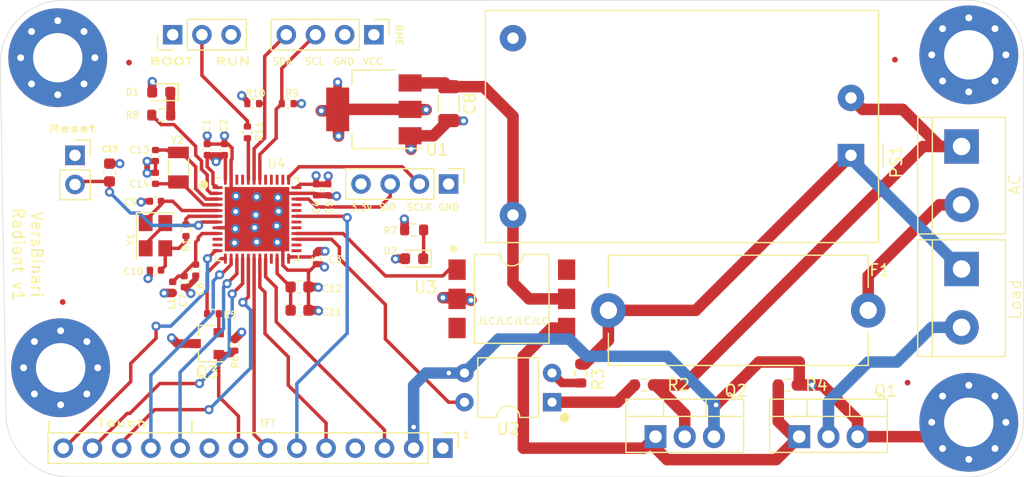
<source format=kicad_pcb>
(kicad_pcb (version 20171130) (host pcbnew 5.1.9)
  (layers (0 F.Cu signal) (1 In1.Cu power) (2 In2.Cu power) (31 B.Cu signal) (34 B.Paste user) (35 F.Paste user) (36 B.SilkS user) (37 F.SilkS user) (38 B.Mask user) (39 F.Mask user) (44 Edge.Cuts user))
  (net 0 "")
  (net 1 GND)
  (net 2 +3V3)
  (net 3 +3.3VA)
  (net 4 +12V)
  (net 5 HSE_IN)
  (net 6 "Net-(C10-Pad1)")
  (net 7 "Net-(C11-Pad1)")
  (net 8 LSE_IN)
  (net 9 LSE_OUT)
  (net 10 NRST)
  (net 11 "Net-(D1-Pad1)")
  (net 12 "Net-(D2-Pad1)")
  (net 13 "Net-(F1-Pad2)")
  (net 14 "Net-(F1-Pad1)")
  (net 15 "Net-(J2-Pad2)")
  (net 16 TOUCH_IRQ)
  (net 17 TOUCH_MISO)
  (net 18 TOUCH_MOSI)
  (net 19 TOUCH_CS)
  (net 20 TOUCH_CLK)
  (net 21 "Net-(J3-Pad9)")
  (net 22 "Net-(J3-Pad8)")
  (net 23 LCD_CLK)
  (net 24 LCD_MOSI)
  (net 25 LCD_DC)
  (net 26 LCD_CS)
  (net 27 SWDIO)
  (net 28 SWCLK)
  (net 29 BME_SDA)
  (net 30 BME_SCL)
  (net 31 "Net-(Q1-Pad1)")
  (net 32 "Net-(Q3-Pad2)")
  (net 33 HSE_OUT)
  (net 34 "Net-(R2-Pad2)")
  (net 35 "Net-(R3-Pad2)")
  (net 36 BLUE_LED)
  (net 37 BOOT)
  (net 38 ZERO_CROSS_DETECT)
  (net 39 "Net-(U3-Pad6)")
  (net 40 "Net-(U3-Pad3)")
  (net 41 TRIAK_CTRL)
  (net 42 "Net-(U4-Pad41)")
  (net 43 "Net-(U4-Pad40)")
  (net 44 "Net-(U4-Pad39)")
  (net 45 "Net-(U4-Pad38)")
  (net 46 "Net-(U4-Pad33)")
  (net 47 "Net-(U4-Pad32)")
  (net 48 "Net-(U4-Pad30)")
  (net 49 "Net-(U4-Pad29)")
  (net 50 "Net-(U4-Pad26)")
  (net 51 "Net-(U4-Pad25)")
  (net 52 "Net-(U4-Pad21)")
  (net 53 "Net-(Y1-Pad2)")
  (net 54 "Net-(J1-Pad1)")
  (net 55 "Net-(U4-Pad46)")
  (net 56 "Net-(U4-Pad45)")
  (net 57 "Net-(U4-Pad10)")
  (net 58 "Net-(U4-Pad11)")
  (net 59 BACKLIGHT_PWM)
  (net 60 "Net-(R11-Pad1)")
  (module Resistor_SMD:R_0402_1005Metric (layer F.Cu) (at 123.5 90.3 180)
    (fp_text reference R5 (at -1.5 -0.1) (layer F.SilkS) (effects (font (size 0.6 0.6) (thickness 0.1))))
    (fp_text value 22K)
    (pad 2 smd roundrect (at 0.51 0 180) (size 0.54 0.64) (layers F.Cu F.Paste F.Mask) (net 59 BACKLIGHT_PWM))
    (pad 1 smd roundrect (at -0.51 0 180) (size 0.54 0.64) (layers F.Cu F.Paste F.Mask) (net 32 "Net-(Q3-Pad2)"))
  )
  (module Package_TO_SOT_SMD:SOT-23 (layer F.Cu) (at 123 92.9 180)
    (fp_text reference Q3 (at 0 -2.5) (layer F.SilkS))
    (fp_text value S8050)
    (pad 3 smd rect (at 1 0 180) (size 0.9 0.8) (layers F.Cu F.Paste F.Mask) (net 2 +3V3))
    (pad 2 smd rect (at -1 0.95 180) (size 0.9 0.8) (layers F.Cu F.Paste F.Mask) (net 32 "Net-(Q3-Pad2)"))
    (pad 1 smd rect (at -1 -0.95 180) (size 0.9 0.8) (layers F.Cu F.Paste F.Mask) (net 22 "Net-(J3-Pad8)"))
  )
  (module Resistor_SMD:R_0402_1005Metric (layer F.Cu) (at 125.4 93 270)
    (fp_text reference R6 (at 1.5 0 90) (layer F.SilkS) (effects (font (size 0.6 0.6) (thickness 0.1))))
    (fp_text value 2K)
    (pad 2 smd roundrect (at 0.51 0 270) (size 0.54 0.64) (layers F.Cu F.Paste F.Mask) (net 22 "Net-(J3-Pad8)"))
    (pad 1 smd roundrect (at -0.51 0 270) (size 0.54 0.64) (layers F.Cu F.Paste F.Mask) (net 1 GND))
  )
  (module Resistor_SMD:R_0402_1005Metric (layer F.Cu) (at 127 72)
    (fp_text reference R10 (at 0.2 -0.9 180) (layer F.SilkS) (effects (font (size 0.6 0.6) (thickness 0.1))))
    (fp_text value 4.7K)
    (pad 2 smd roundrect (at 0.51 0) (size 0.54 0.64) (layers F.Cu F.Paste F.Mask) (net 29 BME_SDA))
    (pad 1 smd roundrect (at -0.51 0) (size 0.54 0.64) (layers F.Cu F.Paste F.Mask) (net 2 +3V3))
  )
  (module Resistor_SMD:R_0402_1005Metric (layer F.Cu) (at 130 72 180)
    (fp_text reference R9 (at -0.4 0.9) (layer F.SilkS) (effects (font (size 0.6 0.6) (thickness 0.1))))
    (fp_text value 4.7K)
    (pad 2 smd roundrect (at 0.51 0 180) (size 0.54 0.64) (layers F.Cu F.Paste F.Mask) (net 30 BME_SCL))
    (pad 1 smd roundrect (at -0.51 0 180) (size 0.54 0.64) (layers F.Cu F.Paste F.Mask) (net 2 +3V3))
  )
  (module MountingHole:MountingHole_4.3mm_M4_Pad_Via (layer F.Cu) (at 189.25 67.75)
    (fp_text reference H1)
    (fp_text value MountingHole_Pad)
    (pad 1 thru_hole circle (at 2.280419 -2.280419) (size 0.9 0.9) (drill 0.6) (layers *.Cu *.Mask) (net 1 GND))
    (pad 1 thru_hole circle (at 0 -3.225) (size 0.9 0.9) (drill 0.6) (layers *.Cu *.Mask) (net 1 GND))
    (pad 1 thru_hole circle (at -2.280419 -2.280419) (size 0.9 0.9) (drill 0.6) (layers *.Cu *.Mask) (net 1 GND))
    (pad 1 thru_hole circle (at -3.225 0) (size 0.9 0.9) (drill 0.6) (layers *.Cu *.Mask) (net 1 GND))
    (pad 1 thru_hole circle (at -2.280419 2.280419) (size 0.9 0.9) (drill 0.6) (layers *.Cu *.Mask) (net 1 GND))
    (pad 1 thru_hole circle (at 0 3.225) (size 0.9 0.9) (drill 0.6) (layers *.Cu *.Mask) (net 1 GND))
    (pad 1 thru_hole circle (at 2.280419 2.280419) (size 0.9 0.9) (drill 0.6) (layers *.Cu *.Mask) (net 1 GND))
    (pad 1 thru_hole circle (at 3.225 0) (size 0.9 0.9) (drill 0.6) (layers *.Cu *.Mask) (net 1 GND))
    (pad 1 thru_hole circle (at 0 0) (size 8.6 8.6) (drill 4.3) (layers *.Cu *.Mask) (net 1 GND))
  )
  (module MountingHole:MountingHole_4.3mm_M4_Pad_Via (layer F.Cu) (at 189.25 99.75)
    (fp_text reference H2)
    (fp_text value MountingHole_Pad)
    (pad 1 thru_hole circle (at 2.280419 -2.280419) (size 0.9 0.9) (drill 0.6) (layers *.Cu *.Mask) (net 1 GND))
    (pad 1 thru_hole circle (at 0 -3.225) (size 0.9 0.9) (drill 0.6) (layers *.Cu *.Mask) (net 1 GND))
    (pad 1 thru_hole circle (at -2.280419 -2.280419) (size 0.9 0.9) (drill 0.6) (layers *.Cu *.Mask) (net 1 GND))
    (pad 1 thru_hole circle (at -3.225 0) (size 0.9 0.9) (drill 0.6) (layers *.Cu *.Mask) (net 1 GND))
    (pad 1 thru_hole circle (at -2.280419 2.280419) (size 0.9 0.9) (drill 0.6) (layers *.Cu *.Mask) (net 1 GND))
    (pad 1 thru_hole circle (at 0 3.225) (size 0.9 0.9) (drill 0.6) (layers *.Cu *.Mask) (net 1 GND))
    (pad 1 thru_hole circle (at 2.280419 2.280419) (size 0.9 0.9) (drill 0.6) (layers *.Cu *.Mask) (net 1 GND))
    (pad 1 thru_hole circle (at 3.225 0) (size 0.9 0.9) (drill 0.6) (layers *.Cu *.Mask) (net 1 GND))
    (pad 1 thru_hole circle (at 0 0) (size 8.6 8.6) (drill 4.3) (layers *.Cu *.Mask) (net 1 GND))
  )
  (module Fiducial:Fiducial_0.5mm_Mask1.5mm (layer F.Cu) (at 110.425 89.275)
    (fp_text reference REF**)
    (fp_text value Fiducial_0.5mm_Mask1.5mm)
    (pad "" smd circle (at 0 0) (size 0.5 0.5) (layers F.Cu F.Mask) (clearance 0.5))
  )
  (module Fiducial:Fiducial_0.5mm_Mask1.5mm (layer F.Cu) (at 183.925 96.3)
    (fp_text reference REF**)
    (fp_text value Fiducial_0.5mm_Mask1.5mm)
    (pad "" smd circle (at 0 0) (size 0.5 0.5) (layers F.Cu F.Mask) (clearance 0.5))
  )
  (module Fiducial:Fiducial_0.5mm_Mask1.5mm (layer F.Cu) (at 116.2 68.425)
    (fp_text reference REF**)
    (fp_text value Fiducial_0.5mm_Mask1.5mm)
    (pad "" smd circle (at 0 0) (size 0.5 0.5) (layers F.Cu F.Mask) (clearance 0.5))
  )
  (module Fiducial:Fiducial_0.5mm_Mask1.5mm (layer F.Cu) (at 182.825 68.175)
    (fp_text reference REF**)
    (fp_text value Fiducial_0.5mm_Mask1.5mm)
    (pad "" smd circle (at 0 0) (size 0.5 0.5) (layers F.Cu F.Mask) (clearance 0.5))
  )
  (module Converter_ACDC:Converter_ACDC_HiLink_HLK-PMxx (layer F.Cu) (at 179 76.5 180)
    (fp_text reference PS1 (at -3.94 -0.55 90) (layer F.SilkS))
    (fp_text value HLK-PM12)
    (pad 4 thru_hole circle (at 29.4 10.2 180) (size 2.3 2.3) (drill 1) (layers *.Cu *.Mask) (net 1 GND))
    (pad 2 thru_hole circle (at 0 5 180) (size 2.3 2.3) (drill 1) (layers *.Cu *.Mask) (net 54 "Net-(J1-Pad1)"))
    (pad 1 thru_hole rect (at 0 0 180) (size 2.3 2) (drill 1) (layers *.Cu *.Mask) (net 13 "Net-(F1-Pad2)"))
    (pad 3 thru_hole circle (at 29.4 -5.2 180) (size 2.3 2.3) (drill 1) (layers *.Cu *.Mask) (net 4 +12V))
  )
  (module Connector_PinHeader_2.54mm:PinHeader_1x04_P2.54mm_Vertical (layer F.Cu) (at 137.5 66 270)
    (fp_text reference J5)
    (fp_text value Conn_01x04)
    (pad 4 thru_hole oval (at 0 7.62 270) (size 1.7 1.7) (drill 1) (layers *.Cu *.Mask) (net 29 BME_SDA))
    (pad 3 thru_hole oval (at 0 5.08 270) (size 1.7 1.7) (drill 1) (layers *.Cu *.Mask) (net 30 BME_SCL))
    (pad 2 thru_hole oval (at 0 2.54 270) (size 1.7 1.7) (drill 1) (layers *.Cu *.Mask) (net 1 GND))
    (pad 1 thru_hole rect (at 0 0 270) (size 1.7 1.7) (drill 1) (layers *.Cu *.Mask) (net 2 +3V3))
  )
  (module Capacitor_SMD:C_0402_1005Metric (layer F.Cu) (at 123 76 90)
    (fp_text reference C1 (at 2.086 -0.05 270) (layer F.SilkS) (effects (font (size 0.6 0.6) (thickness 0.1))))
    (fp_text value 4.7uF)
    (pad 2 smd roundrect (at 0.48 0 90) (size 0.56 0.62) (layers F.Cu F.Paste F.Mask) (net 1 GND))
    (pad 1 smd roundrect (at -0.48 0 90) (size 0.56 0.62) (layers F.Cu F.Paste F.Mask) (net 2 +3V3))
  )
  (module Package_DIP:SMDIP-6_W9.53mm_Clearance8mm (layer F.Cu) (at 149.5 89)
    (fp_text reference U3 (at -7.5 -1) (layer F.SilkS))
    (fp_text value 4N35)
    (pad 6 smd rect (at 4.765 -2.54) (size 1.5 1.78) (layers F.Cu F.Paste F.Mask) (net 39 "Net-(U3-Pad6)"))
    (pad 3 smd rect (at -4.765 2.54) (size 1.5 1.78) (layers F.Cu F.Paste F.Mask) (net 40 "Net-(U3-Pad3)"))
    (pad 5 smd rect (at 4.765 0) (size 1.5 1.78) (layers F.Cu F.Paste F.Mask) (net 4 +12V))
    (pad 2 smd rect (at -4.765 0) (size 1.5 1.78) (layers F.Cu F.Paste F.Mask) (net 1 GND))
    (pad 4 smd rect (at 4.765 2.54) (size 1.5 1.78) (layers F.Cu F.Paste F.Mask) (net 31 "Net-(Q1-Pad1)"))
    (pad 1 smd rect (at -4.765 -2.54) (size 1.5 1.78) (layers F.Cu F.Paste F.Mask) (net 41 TRIAK_CTRL))
  )
  (module Crystal:Crystal_SMD_3215-2Pin_3.2x1.5mm (layer F.Cu) (at 120.5 77.5 90)
    (fp_text reference Y2 (at 2.316 -0.104 180) (layer F.SilkS) (effects (font (size 0.6 0.6) (thickness 0.1))))
    (fp_text value Crystal)
    (pad 2 smd rect (at -1.25 0 90) (size 1 1.8) (layers F.Cu F.Paste F.Mask) (net 9 LSE_OUT))
    (pad 1 smd rect (at 1.25 0 90) (size 1 1.8) (layers F.Cu F.Paste F.Mask) (net 8 LSE_IN))
  )
  (module Crystal:Crystal_SMD_3225-4Pin_3.2x2.5mm (layer F.Cu) (at 118.5 83.5 270)
    (fp_text reference Y1 (at 0.32 2.168 90) (layer F.SilkS) (effects (font (size 0.6 0.6) (thickness 0.1))))
    (fp_text value 16MHz)
    (pad 4 smd rect (at -1.1 -0.85 270) (size 1.4 1.2) (layers F.Cu F.Paste F.Mask) (net 53 "Net-(Y1-Pad2)"))
    (pad 3 smd rect (at 1.1 -0.85 270) (size 1.4 1.2) (layers F.Cu F.Paste F.Mask) (net 6 "Net-(C10-Pad1)"))
    (pad 2 smd rect (at 1.1 0.85 270) (size 1.4 1.2) (layers F.Cu F.Paste F.Mask) (net 53 "Net-(Y1-Pad2)"))
    (pad 1 smd rect (at -1.1 0.85 270) (size 1.4 1.2) (layers F.Cu F.Paste F.Mask) (net 5 HSE_IN))
  )
  (module Package_DFN_QFN:QFN-48-1EP_7x7mm_P0.5mm_EP5.6x5.6mm (layer F.Cu) (at 127.33 82.06)
    (fp_text reference U4 (at 1.702 -4.82) (layer F.SilkS) (effects (font (size 0.8 0.8) (thickness 0.1))))
    (fp_text value STM32F411CEUx)
    (pad 49 smd rect (at 0 0) (size 5.6 5.6) (layers F.Cu F.Mask) (net 1 GND))
    (pad 48 smd roundrect (at -2.75 -3.4375) (size 0.25 0.875) (layers F.Cu F.Paste F.Mask) (net 2 +3V3))
    (pad 47 smd roundrect (at -2.25 -3.4375) (size 0.25 0.875) (layers F.Cu F.Paste F.Mask) (net 1 GND))
    (pad 46 smd roundrect (at -1.75 -3.4375) (size 0.25 0.875) (layers F.Cu F.Paste F.Mask) (net 55 "Net-(U4-Pad46)"))
    (pad 45 smd roundrect (at -1.25 -3.4375) (size 0.25 0.875) (layers F.Cu F.Paste F.Mask) (net 56 "Net-(U4-Pad45)"))
    (pad 44 smd roundrect (at -0.75 -3.4375) (size 0.25 0.875) (layers F.Cu F.Paste F.Mask) (net 37 BOOT))
    (pad 43 smd roundrect (at -0.25 -3.4375) (size 0.25 0.875) (layers F.Cu F.Paste F.Mask) (net 29 BME_SDA))
    (pad 42 smd roundrect (at 0.25 -3.4375) (size 0.25 0.875) (layers F.Cu F.Paste F.Mask) (net 30 BME_SCL))
    (pad 41 smd roundrect (at 0.75 -3.4375) (size 0.25 0.875) (layers F.Cu F.Paste F.Mask) (net 42 "Net-(U4-Pad41)"))
    (pad 40 smd roundrect (at 1.25 -3.4375) (size 0.25 0.875) (layers F.Cu F.Paste F.Mask) (net 43 "Net-(U4-Pad40)"))
    (pad 39 smd roundrect (at 1.75 -3.4375) (size 0.25 0.875) (layers F.Cu F.Paste F.Mask) (net 44 "Net-(U4-Pad39)"))
    (pad 38 smd roundrect (at 2.25 -3.4375) (size 0.25 0.875) (layers F.Cu F.Paste F.Mask) (net 45 "Net-(U4-Pad38)"))
    (pad 37 smd roundrect (at 2.75 -3.4375) (size 0.25 0.875) (layers F.Cu F.Paste F.Mask) (net 28 SWCLK))
    (pad 36 smd roundrect (at 3.4375 -2.75) (size 0.875 0.25) (layers F.Cu F.Paste F.Mask) (net 2 +3V3))
    (pad 35 smd roundrect (at 3.4375 -2.25) (size 0.875 0.25) (layers F.Cu F.Paste F.Mask) (net 1 GND))
    (pad 34 smd roundrect (at 3.4375 -1.75) (size 0.875 0.25) (layers F.Cu F.Paste F.Mask) (net 27 SWDIO))
    (pad 33 smd roundrect (at 3.4375 -1.25) (size 0.875 0.25) (layers F.Cu F.Paste F.Mask) (net 46 "Net-(U4-Pad33)"))
    (pad 32 smd roundrect (at 3.4375 -0.75) (size 0.875 0.25) (layers F.Cu F.Paste F.Mask) (net 47 "Net-(U4-Pad32)"))
    (pad 31 smd roundrect (at 3.4375 -0.25) (size 0.875 0.25) (layers F.Cu F.Paste F.Mask) (net 24 LCD_MOSI))
    (pad 30 smd roundrect (at 3.4375 0.25) (size 0.875 0.25) (layers F.Cu F.Paste F.Mask) (net 48 "Net-(U4-Pad30)"))
    (pad 29 smd roundrect (at 3.4375 0.75) (size 0.875 0.25) (layers F.Cu F.Paste F.Mask) (net 49 "Net-(U4-Pad29)"))
    (pad 28 smd roundrect (at 3.4375 1.25) (size 0.875 0.25) (layers F.Cu F.Paste F.Mask) (net 41 TRIAK_CTRL))
    (pad 27 smd roundrect (at 3.4375 1.75) (size 0.875 0.25) (layers F.Cu F.Paste F.Mask) (net 38 ZERO_CROSS_DETECT))
    (pad 26 smd roundrect (at 3.4375 2.25) (size 0.875 0.25) (layers F.Cu F.Paste F.Mask) (net 50 "Net-(U4-Pad26)"))
    (pad 25 smd roundrect (at 3.4375 2.75) (size 0.875 0.25) (layers F.Cu F.Paste F.Mask) (net 51 "Net-(U4-Pad25)"))
    (pad 24 smd roundrect (at 2.75 3.4375) (size 0.25 0.875) (layers F.Cu F.Paste F.Mask) (net 2 +3V3))
    (pad 23 smd roundrect (at 2.25 3.4375) (size 0.25 0.875) (layers F.Cu F.Paste F.Mask) (net 1 GND))
    (pad 22 smd roundrect (at 1.75 3.4375) (size 0.25 0.875) (layers F.Cu F.Paste F.Mask) (net 7 "Net-(C11-Pad1)"))
    (pad 21 smd roundrect (at 1.25 3.4375) (size 0.25 0.875) (layers F.Cu F.Paste F.Mask) (net 52 "Net-(U4-Pad21)"))
    (pad 20 smd roundrect (at 0.75 3.4375) (size 0.25 0.875) (layers F.Cu F.Paste F.Mask) (net 26 LCD_CS))
    (pad 19 smd roundrect (at 0.25 3.4375) (size 0.25 0.875) (layers F.Cu F.Paste F.Mask) (net 25 LCD_DC))
    (pad 18 smd roundrect (at -0.25 3.4375) (size 0.25 0.875) (layers F.Cu F.Paste F.Mask) (net 23 LCD_CLK))
    (pad 17 smd roundrect (at -0.75 3.4375) (size 0.25 0.875) (layers F.Cu F.Paste F.Mask) (net 18 TOUCH_MOSI))
    (pad 16 smd roundrect (at -1.25 3.4375) (size 0.25 0.875) (layers F.Cu F.Paste F.Mask) (net 17 TOUCH_MISO))
    (pad 15 smd roundrect (at -1.75 3.4375) (size 0.25 0.875) (layers F.Cu F.Paste F.Mask) (net 20 TOUCH_CLK))
    (pad 14 smd roundrect (at -2.25 3.4375) (size 0.25 0.875) (layers F.Cu F.Paste F.Mask) (net 19 TOUCH_CS))
    (pad 13 smd roundrect (at -2.75 3.4375) (size 0.25 0.875) (layers F.Cu F.Paste F.Mask) (net 59 BACKLIGHT_PWM))
    (pad 12 smd roundrect (at -3.4375 2.75) (size 0.875 0.25) (layers F.Cu F.Paste F.Mask) (net 16 TOUCH_IRQ))
    (pad 11 smd roundrect (at -3.4375 2.25) (size 0.875 0.25) (layers F.Cu F.Paste F.Mask) (net 58 "Net-(U4-Pad11)"))
    (pad 10 smd roundrect (at -3.4375 1.75) (size 0.875 0.25) (layers F.Cu F.Paste F.Mask) (net 57 "Net-(U4-Pad10)"))
    (pad 9 smd roundrect (at -3.4375 1.25) (size 0.875 0.25) (layers F.Cu F.Paste F.Mask) (net 3 +3.3VA))
    (pad 8 smd roundrect (at -3.4375 0.75) (size 0.875 0.25) (layers F.Cu F.Paste F.Mask) (net 1 GND))
    (pad 7 smd roundrect (at -3.4375 0.25) (size 0.875 0.25) (layers F.Cu F.Paste F.Mask) (net 10 NRST))
    (pad 6 smd roundrect (at -3.4375 -0.25) (size 0.875 0.25) (layers F.Cu F.Paste F.Mask) (net 33 HSE_OUT))
    (pad 5 smd roundrect (at -3.4375 -0.75) (size 0.875 0.25) (layers F.Cu F.Paste F.Mask) (net 5 HSE_IN))
    (pad 4 smd roundrect (at -3.4375 -1.25) (size 0.875 0.25) (layers F.Cu F.Paste F.Mask) (net 9 LSE_OUT))
    (pad 3 smd roundrect (at -3.4375 -1.75) (size 0.875 0.25) (layers F.Cu F.Paste F.Mask) (net 8 LSE_IN))
    (pad 2 smd roundrect (at -3.4375 -2.25) (size 0.875 0.25) (layers F.Cu F.Paste F.Mask) (net 36 BLUE_LED))
    (pad 1 smd roundrect (at -3.4375 -2.75) (size 0.875 0.25) (layers F.Cu F.Paste F.Mask) (net 2 +3V3))
  )
  (module Package_DIP:DIP-4_W7.62mm (layer F.Cu) (at 153 98 180)
    (fp_text reference U2 (at 3.81 -2.33) (layer F.SilkS))
    (fp_text value LTV-814)
    (pad 4 thru_hole oval (at 7.62 0 180) (size 1.6 1.6) (drill 0.8) (layers *.Cu *.Mask) (net 38 ZERO_CROSS_DETECT))
    (pad 2 thru_hole oval (at 0 2.54 180) (size 1.6 1.6) (drill 0.8) (layers *.Cu *.Mask) (net 35 "Net-(R3-Pad2)"))
    (pad 3 thru_hole oval (at 7.62 2.54 180) (size 1.6 1.6) (drill 0.8) (layers *.Cu *.Mask) (net 1 GND))
    (pad 1 thru_hole rect (at 0 0 180) (size 1.6 1.6) (drill 0.8) (layers *.Cu *.Mask) (net 34 "Net-(R2-Pad2)"))
  )
  (module Package_TO_SOT_SMD:SOT-223-3_TabPin2 (layer F.Cu) (at 137.5 72.5 180)
    (fp_text reference U1 (at -5.5 -3.5) (layer F.SilkS))
    (fp_text value AMS1117-3.3)
    (pad 1 smd rect (at -3.15 -2.3 180) (size 2 1.5) (layers F.Cu F.Paste F.Mask) (net 1 GND))
    (pad 3 smd rect (at -3.15 2.3 180) (size 2 1.5) (layers F.Cu F.Paste F.Mask) (net 4 +12V))
    (pad 2 smd rect (at -3.15 0 180) (size 2 1.5) (layers F.Cu F.Paste F.Mask) (net 2 +3V3))
    (pad 2 smd rect (at 3.15 0 180) (size 2 3.8) (layers F.Cu F.Paste F.Mask) (net 2 +3V3))
  )
  (module Connector_PinHeader_2.54mm:PinHeader_1x03_P2.54mm_Vertical (layer F.Cu) (at 120 66 90)
    (fp_text reference SW2)
    (fp_text value SW_SPDT)
    (pad 3 thru_hole oval (at 0 5.08 90) (size 1.7 1.7) (drill 1) (layers *.Cu *.Mask) (net 1 GND))
    (pad 2 thru_hole oval (at 0 2.54 90) (size 1.7 1.7) (drill 1) (layers *.Cu *.Mask) (net 60 "Net-(R11-Pad1)"))
    (pad 1 thru_hole rect (at 0 0 90) (size 1.7 1.7) (drill 1) (layers *.Cu *.Mask) (net 2 +3V3))
  )
  (module Connector_PinSocket_2.54mm:PinSocket_1x02_P2.54mm_Vertical (layer F.Cu) (at 111.5 76.5)
    (fp_text reference SW1)
    (fp_text value SW_SPST)
    (pad 2 thru_hole oval (at 0 2.54) (size 1.7 1.7) (drill 1) (layers *.Cu *.Mask) (net 10 NRST))
    (pad 1 thru_hole rect (at 0 0) (size 1.7 1.7) (drill 1) (layers *.Cu *.Mask) (net 1 GND))
  )
  (module Resistor_SMD:R_0402_1005Metric (layer F.Cu) (at 126.5 74.5 270)
    (fp_text reference R11 (at -0.078 -1.008 270) (layer F.SilkS) (effects (font (size 0.6 0.6) (thickness 0.1))))
    (fp_text value 10K)
    (pad 2 smd roundrect (at 0.51 0 270) (size 0.54 0.64) (layers F.Cu F.Paste F.Mask) (net 37 BOOT))
    (pad 1 smd roundrect (at -0.51 0 270) (size 0.54 0.64) (layers F.Cu F.Paste F.Mask) (net 60 "Net-(R11-Pad1)"))
  )
  (module Resistor_SMD:R_0603_1608Metric (layer F.Cu) (at 141 83)
    (fp_text reference R7 (at -2.062 0.058 180) (layer F.SilkS) (effects (font (size 0.6 0.6) (thickness 0.1))))
    (fp_text value 680)
    (pad 2 smd roundrect (at 0.825 0) (size 0.8 0.95) (layers F.Cu F.Paste F.Mask) (net 12 "Net-(D2-Pad1)"))
    (pad 1 smd roundrect (at -0.825 0) (size 0.8 0.95) (layers F.Cu F.Paste F.Mask) (net 1 GND))
  )
  (module Resistor_SMD:R_0603_1608Metric (layer F.Cu) (at 119 73)
    (fp_text reference R8 (at -2.5 0 180) (layer F.SilkS) (effects (font (size 0.6 0.6) (thickness 0.1))))
    (fp_text value 680)
    (pad 2 smd roundrect (at 0.825 0) (size 0.8 0.95) (layers F.Cu F.Paste F.Mask) (net 11 "Net-(D1-Pad1)"))
    (pad 1 smd roundrect (at -0.825 0) (size 0.8 0.95) (layers F.Cu F.Paste F.Mask) (net 36 BLUE_LED))
  )
  (module Resistor_SMD:R_0603_1608Metric (layer F.Cu) (at 173.5 96.5)
    (fp_text reference R4 (at 2.5 0) (layer F.SilkS))
    (fp_text value 10K)
    (pad 2 smd roundrect (at 0.825 0) (size 0.8 0.95) (layers F.Cu F.Paste F.Mask) (net 1 GND))
    (pad 1 smd roundrect (at -0.825 0) (size 0.8 0.95) (layers F.Cu F.Paste F.Mask) (net 31 "Net-(Q1-Pad1)"))
  )
  (module Resistor_SMD:R_0603_1608Metric (layer F.Cu) (at 155.5 95.5 270)
    (fp_text reference R3 (at 0.5 -1.5 90) (layer F.SilkS))
    (fp_text value 47K)
    (pad 2 smd roundrect (at 0.825 0 270) (size 0.8 0.95) (layers F.Cu F.Paste F.Mask) (net 35 "Net-(R3-Pad2)"))
    (pad 1 smd roundrect (at -0.825 0 270) (size 0.8 0.95) (layers F.Cu F.Paste F.Mask) (net 13 "Net-(F1-Pad2)"))
  )
  (module Resistor_SMD:R_0603_1608Metric (layer F.Cu) (at 161 96.5 180)
    (fp_text reference R2 (at -3 0) (layer F.SilkS))
    (fp_text value 47K)
    (pad 2 smd roundrect (at 0.825 0 180) (size 0.8 0.95) (layers F.Cu F.Paste F.Mask) (net 34 "Net-(R2-Pad2)"))
    (pad 1 smd roundrect (at -0.825 0 180) (size 0.8 0.95) (layers F.Cu F.Paste F.Mask) (net 54 "Net-(J1-Pad1)"))
  )
  (module Resistor_SMD:R_0402_1005Metric (layer F.Cu) (at 121.15 83.025 270)
    (fp_text reference R1 (at 1.303 0 90) (layer F.SilkS) (effects (font (size 0.6 0.6) (thickness 0.1))))
    (fp_text value 47)
    (pad 2 smd roundrect (at 0.51 0 270) (size 0.54 0.64) (layers F.Cu F.Paste F.Mask) (net 6 "Net-(C10-Pad1)"))
    (pad 1 smd roundrect (at -0.51 0 270) (size 0.54 0.64) (layers F.Cu F.Paste F.Mask) (net 33 HSE_OUT))
  )
  (module Package_TO_SOT_THT:TO-220-3_Vertical (layer F.Cu) (at 162 101)
    (fp_text reference Q2 (at 7 -4) (layer F.SilkS))
    (fp_text value IRF740)
    (pad 3 thru_hole oval (at 5.08 0) (size 1.905 2) (drill 1.1) (layers *.Cu *.Mask) (net 1 GND))
    (pad 2 thru_hole oval (at 2.54 0) (size 1.905 2) (drill 1.1) (layers *.Cu *.Mask) (net 54 "Net-(J1-Pad1)"))
    (pad 1 thru_hole rect (at 0 0) (size 1.905 2) (drill 1.1) (layers *.Cu *.Mask) (net 31 "Net-(Q1-Pad1)"))
  )
  (module Package_TO_SOT_THT:TO-220-3_Vertical (layer F.Cu) (at 174.5 101)
    (fp_text reference Q1 (at 7.5 -4) (layer F.SilkS))
    (fp_text value IRF740)
    (pad 3 thru_hole oval (at 5.08 0) (size 1.905 2) (drill 1.1) (layers *.Cu *.Mask) (net 1 GND))
    (pad 2 thru_hole oval (at 2.54 0) (size 1.905 2) (drill 1.1) (layers *.Cu *.Mask) (net 15 "Net-(J2-Pad2)"))
    (pad 1 thru_hole rect (at 0 0) (size 1.905 2) (drill 1.1) (layers *.Cu *.Mask) (net 31 "Net-(Q1-Pad1)"))
  )
  (module Inductor_SMD:L_0402_1005Metric (layer F.Cu) (at 120 88 90)
    (fp_text reference L1 (at -1.408 -0.112 90) (layer F.SilkS) (effects (font (size 0.6 0.6) (thickness 0.1))))
    (fp_text value 39nH)
    (pad 2 smd roundrect (at 0.485 0 90) (size 0.59 0.64) (layers F.Cu F.Paste F.Mask) (net 3 +3.3VA))
    (pad 1 smd roundrect (at -0.485 0 90) (size 0.59 0.64) (layers F.Cu F.Paste F.Mask) (net 2 +3V3))
  )
  (module Connector_PinHeader_2.54mm:PinHeader_1x04_P2.54mm_Vertical (layer F.Cu) (at 144 79 270)
    (fp_text reference J4)
    (fp_text value Conn_01x04)
    (pad 4 thru_hole oval (at 0 7.62 270) (size 1.7 1.7) (drill 1) (layers *.Cu *.Mask) (net 2 +3V3))
    (pad 3 thru_hole oval (at 0 5.08 270) (size 1.7 1.7) (drill 1) (layers *.Cu *.Mask) (net 27 SWDIO))
    (pad 2 thru_hole oval (at 0 2.54 270) (size 1.7 1.7) (drill 1) (layers *.Cu *.Mask) (net 28 SWCLK))
    (pad 1 thru_hole rect (at 0 0 270) (size 1.7 1.7) (drill 1) (layers *.Cu *.Mask) (net 1 GND))
  )
  (module Connector_PinHeader_2.54mm:PinHeader_1x14_P2.54mm_Vertical (layer F.Cu) (at 143.5 102 270)
    (fp_text reference J3)
    (fp_text value Conn_01x14)
    (pad 14 thru_hole oval (at 0 33.02 270) (size 1.7 1.7) (drill 1) (layers *.Cu *.Mask) (net 16 TOUCH_IRQ))
    (pad 13 thru_hole oval (at 0 30.48 270) (size 1.7 1.7) (drill 1) (layers *.Cu *.Mask) (net 17 TOUCH_MISO))
    (pad 12 thru_hole oval (at 0 27.94 270) (size 1.7 1.7) (drill 1) (layers *.Cu *.Mask) (net 18 TOUCH_MOSI))
    (pad 11 thru_hole oval (at 0 25.4 270) (size 1.7 1.7) (drill 1) (layers *.Cu *.Mask) (net 19 TOUCH_CS))
    (pad 10 thru_hole oval (at 0 22.86 270) (size 1.7 1.7) (drill 1) (layers *.Cu *.Mask) (net 20 TOUCH_CLK))
    (pad 9 thru_hole oval (at 0 20.32 270) (size 1.7 1.7) (drill 1) (layers *.Cu *.Mask) (net 21 "Net-(J3-Pad9)"))
    (pad 8 thru_hole oval (at 0 17.78 270) (size 1.7 1.7) (drill 1) (layers *.Cu *.Mask) (net 22 "Net-(J3-Pad8)"))
    (pad 7 thru_hole oval (at 0 15.24 270) (size 1.7 1.7) (drill 1) (layers *.Cu *.Mask) (net 23 LCD_CLK))
    (pad 6 thru_hole oval (at 0 12.7 270) (size 1.7 1.7) (drill 1) (layers *.Cu *.Mask) (net 24 LCD_MOSI))
    (pad 5 thru_hole oval (at 0 10.16 270) (size 1.7 1.7) (drill 1) (layers *.Cu *.Mask) (net 25 LCD_DC))
    (pad 4 thru_hole oval (at 0 7.62 270) (size 1.7 1.7) (drill 1) (layers *.Cu *.Mask) (net 2 +3V3))
    (pad 3 thru_hole oval (at 0 5.08 270) (size 1.7 1.7) (drill 1) (layers *.Cu *.Mask) (net 26 LCD_CS))
    (pad 2 thru_hole oval (at 0 2.54 270) (size 1.7 1.7) (drill 1) (layers *.Cu *.Mask) (net 1 GND))
    (pad 1 thru_hole rect (at 0 0 270) (size 1.7 1.7) (drill 1) (layers *.Cu *.Mask) (net 2 +3V3))
  )
  (module TerminalBlock:TerminalBlock_bornier-2_P5.08mm (layer F.Cu) (at 188.62 86.4 270)
    (fp_text reference J2)
    (fp_text value Screw_Terminal_01x02)
    (pad 2 thru_hole circle (at 5.08 0 270) (size 3 3) (drill 1.52) (layers *.Cu *.Mask) (net 15 "Net-(J2-Pad2)"))
    (pad 1 thru_hole rect (at 0 0 270) (size 3 3) (drill 1.52) (layers *.Cu *.Mask) (net 13 "Net-(F1-Pad2)"))
  )
  (module TerminalBlock:TerminalBlock_bornier-2_P5.08mm (layer F.Cu) (at 188.62 75.732 270)
    (fp_text reference J1)
    (fp_text value Screw_Terminal_01x02)
    (pad 2 thru_hole circle (at 5.08 0 270) (size 3 3) (drill 1.52) (layers *.Cu *.Mask) (net 14 "Net-(F1-Pad1)"))
    (pad 1 thru_hole rect (at 0 0 270) (size 3 3) (drill 1.52) (layers *.Cu *.Mask) (net 54 "Net-(J1-Pad1)"))
  )
  (module MountingHole:MountingHole_4.3mm_M4_Pad_Via (layer F.Cu) (at 110.25 95)
    (fp_text reference H4)
    (fp_text value MountingHole_Pad)
    (pad 1 thru_hole circle (at 2.280419 -2.280419) (size 0.9 0.9) (drill 0.6) (layers *.Cu *.Mask) (net 1 GND))
    (pad 1 thru_hole circle (at 0 -3.225) (size 0.9 0.9) (drill 0.6) (layers *.Cu *.Mask) (net 1 GND))
    (pad 1 thru_hole circle (at -2.280419 -2.280419) (size 0.9 0.9) (drill 0.6) (layers *.Cu *.Mask) (net 1 GND))
    (pad 1 thru_hole circle (at -3.225 0) (size 0.9 0.9) (drill 0.6) (layers *.Cu *.Mask) (net 1 GND))
    (pad 1 thru_hole circle (at -2.280419 2.280419) (size 0.9 0.9) (drill 0.6) (layers *.Cu *.Mask) (net 1 GND))
    (pad 1 thru_hole circle (at 0 3.225) (size 0.9 0.9) (drill 0.6) (layers *.Cu *.Mask) (net 1 GND))
    (pad 1 thru_hole circle (at 2.280419 2.280419) (size 0.9 0.9) (drill 0.6) (layers *.Cu *.Mask) (net 1 GND))
    (pad 1 thru_hole circle (at 3.225 0) (size 0.9 0.9) (drill 0.6) (layers *.Cu *.Mask) (net 1 GND))
    (pad 1 thru_hole circle (at 0 0) (size 8.6 8.6) (drill 4.3) (layers *.Cu *.Mask) (net 1 GND))
  )
  (module MountingHole:MountingHole_4.3mm_M4_Pad_Via (layer F.Cu) (at 110 68)
    (fp_text reference H3)
    (fp_text value MountingHole_Pad)
    (pad 1 thru_hole circle (at 2.280419 -2.280419) (size 0.9 0.9) (drill 0.6) (layers *.Cu *.Mask) (net 1 GND))
    (pad 1 thru_hole circle (at 0 -3.225) (size 0.9 0.9) (drill 0.6) (layers *.Cu *.Mask) (net 1 GND))
    (pad 1 thru_hole circle (at -2.280419 -2.280419) (size 0.9 0.9) (drill 0.6) (layers *.Cu *.Mask) (net 1 GND))
    (pad 1 thru_hole circle (at -3.225 0) (size 0.9 0.9) (drill 0.6) (layers *.Cu *.Mask) (net 1 GND))
    (pad 1 thru_hole circle (at -2.280419 2.280419) (size 0.9 0.9) (drill 0.6) (layers *.Cu *.Mask) (net 1 GND))
    (pad 1 thru_hole circle (at 0 3.225) (size 0.9 0.9) (drill 0.6) (layers *.Cu *.Mask) (net 1 GND))
    (pad 1 thru_hole circle (at 2.280419 2.280419) (size 0.9 0.9) (drill 0.6) (layers *.Cu *.Mask) (net 1 GND))
    (pad 1 thru_hole circle (at 3.225 0) (size 0.9 0.9) (drill 0.6) (layers *.Cu *.Mask) (net 1 GND))
    (pad 1 thru_hole circle (at 0 0) (size 8.6 8.6) (drill 4.3) (layers *.Cu *.Mask) (net 1 GND))
  )
  (module Fuse:Fuseholder_Cylinder-5x20mm_Stelvio-Kontek_PTF78_Horizontal_Open (layer F.Cu) (at 180.5 90 180)
    (fp_text reference F1 (at -1 3.5) (layer F.SilkS))
    (fp_text value Fuse)
    (pad 2 thru_hole circle (at 22.6 0 180) (size 3 3) (drill 1.5) (layers *.Cu *.Mask) (net 13 "Net-(F1-Pad2)"))
    (pad 1 thru_hole circle (at 0 0 180) (size 3 3) (drill 1.5) (layers *.Cu *.Mask) (net 14 "Net-(F1-Pad1)"))
  )
  (module LED_SMD:LED_0603_1608Metric (layer F.Cu) (at 141 85.5 180)
    (fp_text reference D2 (at 2.062 0.664 180) (layer F.SilkS) (effects (font (size 0.6 0.6) (thickness 0.1))))
    (fp_text value "LED GREEN")
    (pad 2 smd roundrect (at 0.7875 0 180) (size 0.875 0.95) (layers F.Cu F.Paste F.Mask) (net 2 +3V3))
    (pad 1 smd roundrect (at -0.7875 0 180) (size 0.875 0.95) (layers F.Cu F.Paste F.Mask) (net 12 "Net-(D2-Pad1)"))
  )
  (module LED_SMD:LED_0603_1608Metric (layer F.Cu) (at 119 71 180)
    (fp_text reference D1 (at 2.5 0) (layer F.SilkS) (effects (font (size 0.6 0.6) (thickness 0.1))))
    (fp_text value "LED BLUE")
    (pad 2 smd roundrect (at 0.7875 0 180) (size 0.875 0.95) (layers F.Cu F.Paste F.Mask) (net 2 +3V3))
    (pad 1 smd roundrect (at -0.7875 0 180) (size 0.875 0.95) (layers F.Cu F.Paste F.Mask) (net 11 "Net-(D1-Pad1)"))
  )
  (module Capacitor_SMD:C_0603_1608Metric (layer F.Cu) (at 114.5 78 90)
    (fp_text reference C15 (at 2.054 0.054 180) (layer F.SilkS) (effects (font (size 0.5 0.5) (thickness 0.125))))
    (fp_text value 100nF)
    (pad 2 smd roundrect (at 0.775 0 90) (size 0.9 0.95) (layers F.Cu F.Paste F.Mask) (net 1 GND))
    (pad 1 smd roundrect (at -0.775 0 90) (size 0.9 0.95) (layers F.Cu F.Paste F.Mask) (net 10 NRST))
  )
  (module Capacitor_SMD:C_0402_1005Metric (layer F.Cu) (at 118.5 78.5 90)
    (fp_text reference C14 (at -0.494 -1.406 180) (layer F.SilkS) (effects (font (size 0.6 0.6) (thickness 0.1))))
    (fp_text value 20pF)
    (pad 2 smd roundrect (at 0.48 0 90) (size 0.56 0.62) (layers F.Cu F.Paste F.Mask) (net 1 GND))
    (pad 1 smd roundrect (at -0.48 0 90) (size 0.56 0.62) (layers F.Cu F.Paste F.Mask) (net 9 LSE_OUT))
  )
  (module Capacitor_SMD:C_0402_1005Metric (layer F.Cu) (at 118.5 76.52 270)
    (fp_text reference C13 (at -0.495 1.406) (layer F.SilkS) (effects (font (size 0.6 0.6) (thickness 0.1))))
    (fp_text value 20pF)
    (pad 2 smd roundrect (at 0.48 0 270) (size 0.56 0.62) (layers F.Cu F.Paste F.Mask) (net 1 GND))
    (pad 1 smd roundrect (at -0.48 0 270) (size 0.56 0.62) (layers F.Cu F.Paste F.Mask) (net 8 LSE_IN))
  )
  (module Capacitor_SMD:C_0603_1608Metric (layer F.Cu) (at 131.032 87.964)
    (fp_text reference C12 (at 2.826 0.136 180) (layer F.SilkS) (effects (font (size 0.6 0.6) (thickness 0.1))))
    (fp_text value 2.2uF)
    (pad 2 smd roundrect (at 0.775 0) (size 0.9 0.95) (layers F.Cu F.Paste F.Mask) (net 1 GND))
    (pad 1 smd roundrect (at -0.775 0) (size 0.9 0.95) (layers F.Cu F.Paste F.Mask) (net 7 "Net-(C11-Pad1)"))
  )
  (module Capacitor_SMD:C_0603_1608Metric (layer F.Cu) (at 131.032 89.996)
    (fp_text reference C11 (at 2.826 0.154 180) (layer F.SilkS) (effects (font (size 0.6 0.6) (thickness 0.1))))
    (fp_text value 2.2uF)
    (pad 2 smd roundrect (at 0.775 0) (size 0.9 0.95) (layers F.Cu F.Paste F.Mask) (net 1 GND))
    (pad 1 smd roundrect (at -0.775 0) (size 0.9 0.95) (layers F.Cu F.Paste F.Mask) (net 7 "Net-(C11-Pad1)"))
  )
  (module Capacitor_SMD:C_0402_1005Metric (layer F.Cu) (at 118.5 86.5 180)
    (fp_text reference C10 (at 1.914 -0.114) (layer F.SilkS) (effects (font (size 0.6 0.6) (thickness 0.1))))
    (fp_text value 20pF)
    (pad 2 smd roundrect (at 0.48 0 180) (size 0.56 0.62) (layers F.Cu F.Paste F.Mask) (net 1 GND))
    (pad 1 smd roundrect (at -0.48 0 180) (size 0.56 0.62) (layers F.Cu F.Paste F.Mask) (net 6 "Net-(C10-Pad1)"))
  )
  (module Capacitor_SMD:C_0402_1005Metric (layer F.Cu) (at 118.5 80.5 180)
    (fp_text reference C9 (at 2.168 -0.075) (layer F.SilkS) (effects (font (size 0.6 0.6) (thickness 0.1))))
    (fp_text value 20pF)
    (pad 2 smd roundrect (at 0.48 0 180) (size 0.56 0.62) (layers F.Cu F.Paste F.Mask) (net 1 GND))
    (pad 1 smd roundrect (at -0.48 0 180) (size 0.56 0.62) (layers F.Cu F.Paste F.Mask) (net 5 HSE_IN))
  )
  (module Capacitor_SMD:C_1206_3216Metric (layer F.Cu) (at 144 72 270)
    (fp_text reference C8 (at 0 -1.85 90) (layer F.SilkS))
    (fp_text value 10uF)
    (pad 2 smd roundrect (at 1.475 0 270) (size 1.15 1.8) (layers F.Cu F.Paste F.Mask) (roundrect_rratio 0.2173904347826087) (net 1 GND))
    (pad 1 smd roundrect (at -1.475 0 270) (size 1.15 1.8) (layers F.Cu F.Paste F.Mask) (roundrect_rratio 0.2173904347826087) (net 4 +12V))
  )
  (module Capacitor_SMD:C_0402_1005Metric (layer F.Cu) (at 121 87.5 270)
    (fp_text reference C7 (at 1.654 0.096 90) (layer F.SilkS) (effects (font (size 0.6 0.6) (thickness 0.1))))
    (fp_text value 10nF)
    (pad 2 smd roundrect (at 0.48 0 270) (size 0.56 0.62) (layers F.Cu F.Paste F.Mask) (net 1 GND))
    (pad 1 smd roundrect (at -0.48 0 270) (size 0.56 0.62) (layers F.Cu F.Paste F.Mask) (net 3 +3.3VA))
  )
  (module Capacitor_SMD:C_0402_1005Metric (layer F.Cu) (at 122 86.5 270)
    (fp_text reference C6 (at 1.638 -0.4 270) (layer F.SilkS) (effects (font (size 0.6 0.6) (thickness 0.1))))
    (fp_text value 1uF)
    (pad 2 smd roundrect (at 0.48 0 270) (size 0.56 0.62) (layers F.Cu F.Paste F.Mask) (net 1 GND))
    (pad 1 smd roundrect (at -0.48 0 270) (size 0.56 0.62) (layers F.Cu F.Paste F.Mask) (net 3 +3.3VA))
  )
  (module Capacitor_SMD:C_0402_1005Metric (layer F.Cu) (at 133.5 79.5 270)
    (fp_text reference C5 (at 1.526 -0.104 90) (layer F.SilkS) (effects (font (size 0.6 0.6) (thickness 0.1))))
    (fp_text value 100nF)
    (pad 2 smd roundrect (at 0.48 0 270) (size 0.56 0.62) (layers F.Cu F.Paste F.Mask) (net 1 GND))
    (pad 1 smd roundrect (at -0.48 0 270) (size 0.56 0.62) (layers F.Cu F.Paste F.Mask) (net 2 +3V3))
  )
  (module Capacitor_SMD:C_0402_1005Metric (layer F.Cu) (at 132.5 79.5 270)
    (fp_text reference C4 (at 1.526 0 90) (layer F.SilkS) (effects (font (size 0.6 0.6) (thickness 0.1))))
    (fp_text value 100nF)
    (pad 2 smd roundrect (at 0.48 0 270) (size 0.56 0.62) (layers F.Cu F.Paste F.Mask) (net 1 GND))
    (pad 1 smd roundrect (at -0.48 0 270) (size 0.56 0.62) (layers F.Cu F.Paste F.Mask) (net 2 +3V3))
  )
  (module Capacitor_SMD:C_0402_1005Metric (layer F.Cu) (at 132.5 85.5 270)
    (fp_text reference C3 (at 0.075 -1.612 180) (layer F.SilkS) (effects (font (size 0.6 0.6) (thickness 0.1))))
    (fp_text value 100nF)
    (pad 2 smd roundrect (at 0.48 0 270) (size 0.56 0.62) (layers F.Cu F.Paste F.Mask) (net 1 GND))
    (pad 1 smd roundrect (at -0.48 0 270) (size 0.56 0.62) (layers F.Cu F.Paste F.Mask) (net 2 +3V3))
  )
  (module Capacitor_SMD:C_0402_1005Metric (layer F.Cu) (at 124.5 76 90)
    (fp_text reference C2 (at 2.086 -0.04 270) (layer F.SilkS) (effects (font (size 0.6 0.6) (thickness 0.1))))
    (fp_text value 100nF)
    (pad 2 smd roundrect (at 0.48 0 90) (size 0.56 0.62) (layers F.Cu F.Paste F.Mask) (net 1 GND))
    (pad 1 smd roundrect (at -0.48 0 90) (size 0.56 0.62) (layers F.Cu F.Paste F.Mask) (net 2 +3V3))
  )
  (gr_text JLCJLCJLCJLC (at 149.606 90.932) (layer F.SilkS) (effects (font (size 0.6 0.6) (thickness 0.1))))
  (gr_text BME (at 139.7 66.04 -90) (layer F.SilkS) (effects (font (size 0.6 0.6) (thickness 0.1))))
  (gr_text VCC (at 137.414 68.326) (layer F.SilkS) (effects (font (size 0.6 0.6) (thickness 0.1))))
  (gr_text GND (at 134.874 68.326) (layer F.SilkS) (effects (font (size 0.6 0.6) (thickness 0.1))))
  (gr_text "SCL\n" (at 132.334 68.326) (layer F.SilkS) (effects (font (size 0.6 0.6) (thickness 0.1))))
  (gr_text SDA (at 129.54 68.326) (layer F.SilkS) (effects (font (size 0.6 0.6) (thickness 0.1))))
  (gr_text Reset (at 111.252 74.168) (layer F.SilkS) (effects (font (size 0.6 1))))
  (gr_text BOOT (at 119.888 68.326) (layer F.SilkS) (effects (font (size 0.6 1))))
  (gr_text RUN (at 125.222 68.326) (layer F.SilkS) (effects (font (size 0.6 1))))
  (gr_text Touch (at 115.57 99.822) (layer F.SilkS) (effects (font (size 0.6 1))))
  (gr_text "\n|" (at 121.666 99.568) (layer F.SilkS) (effects (font (size 0.6 1))))
  (gr_text "\n|" (at 109.22 99.568) (layer F.SilkS) (effects (font (size 0.6 1))))
  (gr_text 1 (at 145.542 100.838) (layer F.SilkS) (effects (font (size 0.6 0.6) (thickness 0.1))))
  (gr_text TFT (at 128.27 99.822) (layer F.SilkS) (effects (font (size 0.6 0.6) (thickness 0.1))))
  (gr_text GND (at 144.018 81.026) (layer F.SilkS) (effects (font (size 0.6 0.6) (thickness 0.1))))
  (gr_text SCLK (at 141.478 81.026) (layer F.SilkS) (effects (font (size 0.6 0.6) (thickness 0.1))))
  (gr_text SIO (at 138.684 81.026) (layer F.SilkS) (effects (font (size 0.6 0.6) (thickness 0.1))))
  (gr_text 3.3v (at 136.398 81.026) (layer F.SilkS) (effects (font (size 0.6 0.6) (thickness 0.1))))
  (gr_circle (center 144.425 84.625) (end 144.526 84.836) (layer F.SilkS) (width 0.12))
  (gr_circle (center 144.425 84.625) (end 144.526 84.582) (layer F.SilkS) (width 0.12))
  (gr_circle (center 144.425 84.625) (end 144.5 84.75) (layer F.SilkS) (width 0.12))
  (gr_line (start 189.25 104.5) (end 111 104.5) (layer Edge.Cuts) (width 0.05))
  (gr_arc (start 189.25 99.75) (end 189.25 104.5) (angle -90) (layer Edge.Cuts) (width 0.05))
  (gr_line (start 194 99.5) (end 194 99.75) (layer Edge.Cuts) (width 0.05))
  (gr_line (start 194 67.75) (end 194 99.5) (layer Edge.Cuts) (width 0.05))
  (gr_arc (start 189.25 67.75) (end 194 67.75) (angle -90) (layer Edge.Cuts) (width 0.05))
  (gr_line (start 188.75 63) (end 189.25 63) (layer Edge.Cuts) (width 0.05))
  (gr_line (start 188.5 63) (end 188.75 63) (layer Edge.Cuts) (width 0.05))
  (gr_text AC (at 193.25 79.025 90) (layer F.SilkS) (effects (font (size 1 1) (thickness 0.1))))
  (gr_text Load (at 193.3 89.05 90) (layer F.SilkS) (effects (font (size 1 1) (thickness 0.1))))
  (gr_circle (center 154.125 99.4) (end 154.125 99.5) (layer F.SilkS) (width 0.12))
  (gr_circle (center 154.1 99.475) (end 154.125 99.525) (layer F.SilkS) (width 0.12))
  (gr_circle (center 154.1 99.325) (end 154.125 99.576776) (layer F.SilkS) (width 0.12))
  (gr_circle (center 154.075 99.4) (end 154.15 99.65) (layer F.SilkS) (width 0.12))
  (gr_circle (center 154.125 99.4) (end 154.15 99.575) (layer F.SilkS) (width 0.12))
  (gr_circle (center 154.175 99.375) (end 154.2 99.65) (layer F.SilkS) (width 0.12))
  (gr_circle (center 154.1 99.4) (end 154.2 99.6) (layer F.SilkS) (width 0.12))
  (gr_circle (center 154.1 99.35) (end 154.125 99.725) (layer F.SilkS) (width 0.12))
  (gr_circle (center 122.7 79.05) (end 122.725 79.375) (layer F.SilkS) (width 0.12))
  (gr_circle (center 122.7 79.05) (end 122.7 79.275) (layer F.SilkS) (width 0.12))
  (gr_circle (center 122.675 79.05) (end 122.7 79.2) (layer F.SilkS) (width 0.12))
  (gr_circle (center 122.675 79.05) (end 122.675 79.125) (layer F.SilkS) (width 0.12))
  (gr_circle (center 144.425 84.625) (end 144.35 84.825) (layer F.SilkS) (width 0.12))
  (gr_text "VersBinari\nRadiant v1" (at 107.375 85.125 270) (layer F.SilkS) (effects (font (size 1 1))))
  (gr_line (start 105.5 99) (end 105 68.5) (layer Edge.Cuts) (width 0.05))
  (gr_arc (start 111 99) (end 105.5 99) (angle -90) (layer Edge.Cuts) (width 0.05))
  (gr_arc (start 110.5 68.5) (end 110.5 63) (angle -90) (layer Edge.Cuts) (width 0.05))
  (gr_line (start 188.5 63) (end 110.5 63) (layer Edge.Cuts) (width 0.05))
  (via (at 127.3 84.05) (size 0.8) (drill 0.4) (layers F.Cu B.Cu) (net 1))
  (via (at 129.05 82.65) (size 0.8) (drill 0.4) (layers F.Cu B.Cu) (net 1))
  (via (at 127.125 82.8) (size 0.8) (drill 0.4) (layers F.Cu B.Cu) (net 1))
  (via (at 125.45 82.9) (size 0.8) (drill 0.4) (layers F.Cu B.Cu) (net 1))
  (via (at 125.475 81.4) (size 0.8) (drill 0.4) (layers F.Cu B.Cu) (net 1))
  (via (at 127.225 81.7) (size 0.8) (drill 0.4) (layers F.Cu B.Cu) (net 1))
  (via (at 129.2 81.375) (size 0.8) (drill 0.4) (layers F.Cu B.Cu) (net 1))
  (via (at 129.15 80.175) (size 0.8) (drill 0.4) (layers F.Cu B.Cu) (net 1))
  (via (at 127.3 80.125) (size 0.8) (drill 0.4) (layers F.Cu B.Cu) (net 1))
  (via (at 125.5 80.05) (size 0.8) (drill 0.4) (layers F.Cu B.Cu) (net 1))
  (via (at 125.375 84.125) (size 0.8) (drill 0.4) (layers F.Cu B.Cu) (net 1))
  (via (at 129.1 84.075) (size 0.8) (drill 0.4) (layers F.Cu B.Cu) (net 1))
  (segment (start 176.5 96.5) (end 175.6 96.5) (width 1) (layer F.Cu) (net 1))
  (segment (start 179.58 99.58) (end 176.5 96.5) (width 1) (layer F.Cu) (net 1))
  (segment (start 179.58 101) (end 179.58 99.58) (width 1) (layer F.Cu) (net 1))
  (segment (start 167.08 101) (end 167.08 98.42) (width 1) (layer F.Cu) (net 1))
  (segment (start 167.08 98.42) (end 167.2625 98.2375) (width 1) (layer F.Cu) (net 1))
  (segment (start 171 94.5) (end 174.5 94.5) (width 1) (layer F.Cu) (net 1))
  (segment (start 174.5 96.325) (end 174.325 96.5) (width 1) (layer F.Cu) (net 1))
  (segment (start 174.5 94.5) (end 174.5 96.325) (width 1) (layer F.Cu) (net 1))
  (segment (start 167.08 101) (end 167.08 98.08) (width 1) (layer B.Cu) (net 1))
  (segment (start 167.08 98.08) (end 163 94) (width 1) (layer B.Cu) (net 1))
  (segment (start 163 94) (end 156 94) (width 1) (layer B.Cu) (net 1))
  (segment (start 156 94) (end 154.5 92.5) (width 1) (layer B.Cu) (net 1))
  (segment (start 148.34 92.5) (end 145.38 95.46) (width 1) (layer B.Cu) (net 1))
  (segment (start 154.5 92.5) (end 148.34 92.5) (width 1) (layer B.Cu) (net 1))
  (segment (start 187 101) (end 188.5 99.5) (width 1) (layer B.Cu) (net 1))
  (segment (start 145.38 95.46) (end 144.015 95.46) (width 1) (layer B.Cu) (net 1))
  (segment (start 140.96 96.54) (end 140.96 100.165) (width 1) (layer B.Cu) (net 1))
  (segment (start 142.04 95.46) (end 140.96 96.54) (width 1) (layer B.Cu) (net 1))
  (segment (start 118.5 78.02) (end 118.5 77) (width 0.3) (layer F.Cu) (net 1))
  (segment (start 124.81 75.52) (end 124.5 75.52) (width 0.3) (layer F.Cu) (net 1))
  (segment (start 125.16001 75.87001) (end 124.81 75.52) (width 0.3) (layer F.Cu) (net 1))
  (segment (start 125.16001 76.82297) (end 125.16001 75.87001) (width 0.3) (layer F.Cu) (net 1))
  (segment (start 125.08 76.90298) (end 125.16001 76.82297) (width 0.3) (layer F.Cu) (net 1))
  (segment (start 125.08 78.6225) (end 125.08 76.90298) (width 0.3) (layer F.Cu) (net 1))
  (segment (start 124.5 75.52) (end 123 75.52) (width 0.3) (layer F.Cu) (net 1))
  (segment (start 130 86.5) (end 131.98 86.5) (width 0.3) (layer F.Cu) (net 1))
  (segment (start 129.58 86.08) (end 130 86.5) (width 0.3) (layer F.Cu) (net 1))
  (segment (start 131.98 86.5) (end 132.5 85.98) (width 0.3) (layer F.Cu) (net 1))
  (segment (start 129.58 85.4975) (end 129.58 86.08) (width 0.3) (layer F.Cu) (net 1))
  (segment (start 131.807 86.673) (end 131.98 86.5) (width 0.3) (layer F.Cu) (net 1))
  (segment (start 131.807 87.964) (end 131.807 86.673) (width 0.3) (layer F.Cu) (net 1))
  (segment (start 131.807 89.996) (end 131.807 87.964) (width 0.3) (layer F.Cu) (net 1))
  (segment (start 112.225 77.225) (end 111.5 76.5) (width 0.3) (layer F.Cu) (net 1))
  (segment (start 142.675 74.8) (end 144 73.475) (width 1) (layer F.Cu) (net 1))
  (segment (start 140.65 74.8) (end 142.675 74.8) (width 1) (layer F.Cu) (net 1))
  (segment (start 132.33 79.81) (end 130.7675 79.81) (width 0.3) (layer F.Cu) (net 1))
  (segment (start 132.5 79.98) (end 132.33 79.81) (width 0.3) (layer F.Cu) (net 1))
  (segment (start 133.5 79.98) (end 132.5 79.98) (width 0.5) (layer F.Cu) (net 1))
  (via (at 145.3 73.5) (size 0.8) (drill 0.4) (layers F.Cu B.Cu) (net 1))
  (via (at 140.725 75.975) (size 0.8) (drill 0.4) (layers F.Cu B.Cu) (net 1))
  (via (at 117.25 80.575) (size 0.8) (drill 0.4) (layers F.Cu B.Cu) (net 1))
  (via (at 115.4 77.225) (size 0.8) (drill 0.4) (layers F.Cu B.Cu) (net 1))
  (via (at 117.775 77.025) (size 0.8) (drill 0.4) (layers F.Cu B.Cu) (net 1))
  (via (at 117.775 78.05) (size 0.8) (drill 0.4) (layers F.Cu B.Cu) (net 1))
  (via (at 124.5 74.8) (size 0.8) (drill 0.4) (layers F.Cu B.Cu) (net 1))
  (via (at 123 74.8) (size 0.8) (drill 0.4) (layers F.Cu B.Cu) (net 1))
  (via (at 140.15 82.05) (size 0.8) (drill 0.4) (layers F.Cu B.Cu) (net 1))
  (segment (start 125.08 79.805) (end 125.275 80) (width 0.3) (layer F.Cu) (net 1))
  (segment (start 125.08 78.6225) (end 125.08 79.805) (width 0.3) (layer F.Cu) (net 1))
  (segment (start 126.8 80) (end 126.825 80.025) (width 0.3) (layer F.Cu) (net 1))
  (segment (start 125.275 80) (end 126.8 80) (width 0.3) (layer F.Cu) (net 1))
  (segment (start 127.33 81.555) (end 127.125 81.35) (width 0.3) (layer F.Cu) (net 1))
  (segment (start 127.33 82.06) (end 127.33 81.555) (width 0.3) (layer F.Cu) (net 1))
  (segment (start 127.33 82.595) (end 127.125 82.8) (width 0.3) (layer F.Cu) (net 1))
  (segment (start 127.33 82.06) (end 127.33 82.595) (width 0.3) (layer F.Cu) (net 1))
  (segment (start 126.29 82.06) (end 125.45 82.9) (width 0.3) (layer F.Cu) (net 1))
  (segment (start 127.33 82.06) (end 126.29 82.06) (width 0.3) (layer F.Cu) (net 1))
  (segment (start 126.58 82.81) (end 127.33 82.06) (width 0.3) (layer F.Cu) (net 1))
  (segment (start 123.8925 82.81) (end 126.58 82.81) (width 0.3) (layer F.Cu) (net 1))
  (segment (start 129.015 79.81) (end 128.775 80.05) (width 0.3) (layer F.Cu) (net 1))
  (segment (start 130.7675 79.81) (end 129.015 79.81) (width 0.3) (layer F.Cu) (net 1))
  (segment (start 129.58 84.31) (end 127.33 82.06) (width 0.3) (layer F.Cu) (net 1))
  (segment (start 129.58 85.4975) (end 129.58 84.31) (width 0.3) (layer F.Cu) (net 1))
  (via (at 133.2 86.225) (size 0.8) (drill 0.4) (layers F.Cu B.Cu) (net 1))
  (via (at 132.675 88) (size 0.8) (drill 0.4) (layers F.Cu B.Cu) (net 1))
  (via (at 132.7 90.05) (size 0.8) (drill 0.4) (layers F.Cu B.Cu) (net 1))
  (via (at 117.85 87.225) (size 0.8) (drill 0.4) (layers F.Cu B.Cu) (net 1))
  (via (at 121.575 88.525) (size 0.8) (drill 0.4) (layers F.Cu B.Cu) (net 1))
  (via (at 143.5 88.9) (size 0.8) (drill 0.4) (layers F.Cu B.Cu) (net 1))
  (via (at 145.95 89.125) (size 0.8) (drill 0.4) (layers F.Cu B.Cu) (net 1))
  (segment (start 145.825 89) (end 145.95 89.125) (width 1) (layer F.Cu) (net 1))
  (segment (start 144.735 89) (end 145.825 89) (width 1) (layer F.Cu) (net 1))
  (segment (start 144.635 88.9) (end 144.735 89) (width 1) (layer F.Cu) (net 1))
  (segment (start 143.5 88.9) (end 144.635 88.9) (width 1) (layer F.Cu) (net 1))
  (segment (start 132.646 89.996) (end 132.7 90.05) (width 0.75) (layer F.Cu) (net 1))
  (segment (start 131.807 89.996) (end 132.646 89.996) (width 0.75) (layer F.Cu) (net 1))
  (segment (start 132.639 87.964) (end 132.675 88) (width 0.75) (layer F.Cu) (net 1))
  (segment (start 131.807 87.964) (end 132.639 87.964) (width 0.75) (layer F.Cu) (net 1))
  (segment (start 132.955 85.98) (end 133.2 86.225) (width 0.5) (layer F.Cu) (net 1))
  (segment (start 132.5 85.98) (end 132.955 85.98) (width 0.5) (layer F.Cu) (net 1))
  (segment (start 121.03 87.98) (end 121.575 88.525) (width 0.5) (layer F.Cu) (net 1))
  (segment (start 121 87.98) (end 121.03 87.98) (width 0.5) (layer F.Cu) (net 1))
  (segment (start 121.28 87.98) (end 121 87.98) (width 0.5) (layer F.Cu) (net 1))
  (segment (start 122 87.26) (end 121.28 87.98) (width 0.5) (layer F.Cu) (net 1))
  (segment (start 122 86.98) (end 122 87.26) (width 0.5) (layer F.Cu) (net 1))
  (segment (start 118.02 87.055) (end 117.85 87.225) (width 0.5) (layer F.Cu) (net 1))
  (segment (start 118.02 86.5) (end 118.02 87.055) (width 0.5) (layer F.Cu) (net 1))
  (segment (start 117.325 80.5) (end 117.25 80.575) (width 0.5) (layer F.Cu) (net 1))
  (segment (start 118.02 80.5) (end 117.325 80.5) (width 0.5) (layer F.Cu) (net 1))
  (segment (start 117.805 78.02) (end 117.775 78.05) (width 0.5) (layer F.Cu) (net 1))
  (segment (start 118.5 78.02) (end 117.805 78.02) (width 0.5) (layer F.Cu) (net 1))
  (segment (start 117.8 77) (end 117.775 77.025) (width 0.5) (layer F.Cu) (net 1))
  (segment (start 118.5 77) (end 117.8 77) (width 0.5) (layer F.Cu) (net 1))
  (segment (start 117.775 77.025) (end 117.775 78.05) (width 0.5) (layer F.Cu) (net 1))
  (segment (start 114.5 77.225) (end 115.4 77.225) (width 0.5) (layer F.Cu) (net 1))
  (segment (start 124.5 75.52) (end 124.5 74.8) (width 0.5) (layer F.Cu) (net 1))
  (segment (start 123 75.52) (end 123 74.8) (width 0.5) (layer F.Cu) (net 1))
  (segment (start 125.05 66.03) (end 125.08 66) (width 1) (layer F.Cu) (net 1))
  (segment (start 135 66.04) (end 134.96 66) (width 1) (layer F.Cu) (net 1))
  (segment (start 140.725 74.875) (end 140.65 74.8) (width 1) (layer F.Cu) (net 1))
  (segment (start 140.725 75.975) (end 140.725 74.875) (width 1) (layer F.Cu) (net 1))
  (segment (start 140.175 82.075) (end 140.15 82.05) (width 0.75) (layer F.Cu) (net 1))
  (segment (start 140.175 83) (end 140.175 82.075) (width 0.75) (layer F.Cu) (net 1))
  (segment (start 140.96 100.165) (end 140.96 102) (width 1) (layer B.Cu) (net 1))
  (via (at 140.96 100.165) (size 0.8) (drill 0.4) (layers F.Cu B.Cu) (net 1))
  (segment (start 144.015 95.46) (end 142.04 95.46) (width 1) (layer B.Cu) (net 1))
  (via (at 144.015 95.46) (size 0.8) (drill 0.4) (layers F.Cu B.Cu) (net 1))
  (segment (start 167.2625 98.2375) (end 171 94.5) (width 1) (layer F.Cu) (net 1))
  (via (at 167.2625 98.2375) (size 0.8) (drill 0.4) (layers F.Cu B.Cu) (net 1))
  (segment (start 175.6 96.5) (end 174.325 96.5) (width 1) (layer F.Cu) (net 1))
  (via (at 175.6 96.5) (size 0.8) (drill 0.4) (layers F.Cu B.Cu) (net 1))
  (segment (start 150 65.9) (end 149.6 66.3) (width 0.75) (layer F.Cu) (net 1))
  (segment (start 149.1 65.8) (end 149.6 66.3) (width 0.75) (layer F.Cu) (net 1))
  (segment (start 144.025 73.5) (end 144 73.475) (width 0.75) (layer F.Cu) (net 1))
  (segment (start 145.3 73.5) (end 144.025 73.5) (width 0.75) (layer F.Cu) (net 1))
  (segment (start 144.025 78.975) (end 144 79) (width 0.75) (layer F.Cu) (net 1))
  (segment (start 144.025 79.025) (end 144 79) (width 0.75) (layer F.Cu) (net 1))
  (via (at 134.25 80.05) (size 0.8) (drill 0.4) (layers F.Cu B.Cu) (net 1))
  (segment (start 133.57 80.05) (end 133.5 79.98) (width 0.5) (layer F.Cu) (net 1))
  (segment (start 134.25 80.05) (end 133.57 80.05) (width 0.5) (layer F.Cu) (net 1))
  (segment (start 188 101) (end 189.25 99.75) (width 1) (layer F.Cu) (net 1))
  (segment (start 179.58 101) (end 188 101) (width 1) (layer F.Cu) (net 1))
  (via (at 126 91.9) (size 0.8) (drill 0.4) (layers F.Cu B.Cu) (net 1))
  (segment (start 125.41 92.49) (end 126 91.9) (width 0.75) (layer F.Cu) (net 1))
  (segment (start 125.4 92.49) (end 125.41 92.49) (width 0.75) (layer F.Cu) (net 1))
  (via (at 139.375 85.525) (size 0.8) (drill 0.4) (layers F.Cu B.Cu) (net 2))
  (via (at 132.925 72.625) (size 0.8) (drill 0.4) (layers F.Cu B.Cu) (net 2))
  (via (at 142.05 72.525) (size 0.8) (drill 0.4) (layers F.Cu B.Cu) (net 2))
  (via (at 134.425 74.825) (size 0.8) (drill 0.4) (layers F.Cu B.Cu) (net 2))
  (segment (start 123.7675 79.185) (end 123.685 79.185) (width 0.3) (layer F.Cu) (net 2))
  (segment (start 123.8925 79.31) (end 123.7675 79.185) (width 0.3) (layer F.Cu) (net 2))
  (segment (start 123.685 79.185) (end 123.5 79) (width 0.3) (layer F.Cu) (net 2))
  (segment (start 123.5 79) (end 123.5 78) (width 0.3) (layer F.Cu) (net 2))
  (segment (start 123 77.5) (end 123 76.48) (width 0.3) (layer F.Cu) (net 2))
  (segment (start 123.5 78) (end 123 77.5) (width 0.3) (layer F.Cu) (net 2))
  (segment (start 124.58 76.56) (end 124.5 76.48) (width 0.3) (layer F.Cu) (net 2))
  (segment (start 124.58 78.6225) (end 124.58 76.56) (width 0.3) (layer F.Cu) (net 2))
  (segment (start 130.22751 85.34999) (end 132.17001 85.34999) (width 0.3) (layer F.Cu) (net 2))
  (segment (start 132.17001 85.34999) (end 132.5 85.02) (width 0.3) (layer F.Cu) (net 2))
  (segment (start 130.08 85.4975) (end 130.22751 85.34999) (width 0.3) (layer F.Cu) (net 2))
  (segment (start 140.65 72.5) (end 134.35 72.5) (width 1) (layer F.Cu) (net 2))
  (segment (start 134.35 72.5) (end 134.5 72.5) (width 1) (layer F.Cu) (net 2))
  (segment (start 133.5 79.02) (end 132.5 79.02) (width 0.5) (layer F.Cu) (net 2))
  (segment (start 131.0575 79.02) (end 130.7675 79.31) (width 0.3) (layer F.Cu) (net 2))
  (segment (start 132.5 79.02) (end 131.0575 79.02) (width 0.3) (layer F.Cu) (net 2))
  (segment (start 133.52 79) (end 133.5 79.02) (width 0.5) (layer F.Cu) (net 2))
  (via (at 118.225 70.075) (size 0.8) (drill 0.4) (layers F.Cu B.Cu) (net 2))
  (segment (start 132.5 85.02) (end 132.5 85.02) (width 0.3) (layer F.Cu) (net 2))
  (via (at 133.25 84.85) (size 0.8) (drill 0.4) (layers F.Cu B.Cu) (net 2))
  (via (at 119.25 88.5) (size 0.8) (drill 0.4) (layers F.Cu B.Cu) (net 2))
  (via (at 133.525 78.3) (size 0.8) (drill 0.4) (layers F.Cu B.Cu) (net 2))
  (via (at 132.475 78.275) (size 0.8) (drill 0.4) (layers F.Cu B.Cu) (net 2))
  (via (at 123.775 77.05) (size 0.8) (drill 0.4) (layers F.Cu B.Cu) (net 2))
  (segment (start 123.205 76.48) (end 123.775 77.05) (width 0.5) (layer F.Cu) (net 2))
  (segment (start 123 76.48) (end 123.205 76.48) (width 0.5) (layer F.Cu) (net 2))
  (segment (start 124.345 76.48) (end 123.775 77.05) (width 0.5) (layer F.Cu) (net 2))
  (segment (start 124.5 76.48) (end 124.345 76.48) (width 0.5) (layer F.Cu) (net 2))
  (segment (start 123 76.48) (end 124.5 76.48) (width 0.5) (layer F.Cu) (net 2))
  (segment (start 132.475 78.995) (end 132.5 79.02) (width 0.5) (layer F.Cu) (net 2))
  (segment (start 132.475 78.275) (end 132.475 78.995) (width 0.5) (layer F.Cu) (net 2))
  (segment (start 133.525 78.995) (end 133.5 79.02) (width 0.5) (layer F.Cu) (net 2))
  (segment (start 133.525 78.3) (end 133.525 78.995) (width 0.5) (layer F.Cu) (net 2))
  (segment (start 132.67 84.85) (end 132.5 85.02) (width 0.5) (layer F.Cu) (net 2))
  (segment (start 143.175 101.675) (end 143.5 102) (width 1) (layer F.Cu) (net 2))
  (segment (start 134.225 72.625) (end 134.35 72.5) (width 1) (layer F.Cu) (net 2))
  (segment (start 132.925 72.625) (end 134.225 72.625) (width 1) (layer F.Cu) (net 2))
  (segment (start 134.425 72.575) (end 134.35 72.5) (width 1) (layer F.Cu) (net 2))
  (segment (start 134.425 74.825) (end 134.425 72.575) (width 1) (layer F.Cu) (net 2))
  (segment (start 140.675 72.525) (end 140.65 72.5) (width 1) (layer F.Cu) (net 2))
  (segment (start 142.05 72.525) (end 140.675 72.525) (width 1) (layer F.Cu) (net 2))
  (segment (start 139.4 85.5) (end 139.375 85.525) (width 0.75) (layer F.Cu) (net 2))
  (segment (start 140.2125 85.5) (end 139.4 85.5) (width 0.75) (layer F.Cu) (net 2))
  (segment (start 133.25 84.85) (end 132.67 84.85) (width 0.75) (layer F.Cu) (net 2))
  (segment (start 119.265 88.485) (end 119.25 88.5) (width 0.75) (layer F.Cu) (net 2))
  (segment (start 120 88.485) (end 119.265 88.485) (width 0.75) (layer F.Cu) (net 2))
  (segment (start 118.2125 70.0875) (end 118.225 70.075) (width 0.75) (layer F.Cu) (net 2))
  (segment (start 118.2125 71) (end 118.2125 70.0875) (width 0.75) (layer F.Cu) (net 2))
  (via (at 134.35 70.125) (size 0.8) (drill 0.4) (layers F.Cu B.Cu) (net 2))
  (segment (start 134.35 70.125) (end 134.35 72.5) (width 0.75) (layer F.Cu) (net 2))
  (via (at 131.2 72) (size 0.8) (drill 0.4) (layers F.Cu B.Cu) (net 2))
  (via (at 126 71.3) (size 0.8) (drill 0.4) (layers F.Cu B.Cu) (net 2))
  (segment (start 130.51 72) (end 131.2 72) (width 0.5) (layer F.Cu) (net 2))
  (segment (start 126.49 71.79) (end 126 71.3) (width 0.5) (layer F.Cu) (net 2))
  (segment (start 126.49 72) (end 126.49 71.79) (width 0.5) (layer F.Cu) (net 2))
  (via (at 119.9 92.4) (size 0.8) (drill 0.4) (layers F.Cu B.Cu) (net 2))
  (segment (start 120.4 92.9) (end 119.9 92.4) (width 0.75) (layer F.Cu) (net 2))
  (segment (start 122 92.9) (end 120.4 92.9) (width 0.75) (layer F.Cu) (net 2))
  (segment (start 120.495 87.02) (end 121 87.02) (width 0.3) (layer F.Cu) (net 3))
  (segment (start 120 87.515) (end 120.495 87.02) (width 0.3) (layer F.Cu) (net 3))
  (segment (start 121.72 86.02) (end 122 86.02) (width 0.3) (layer F.Cu) (net 3))
  (segment (start 121 86.74) (end 121.72 86.02) (width 0.3) (layer F.Cu) (net 3))
  (segment (start 121 87.02) (end 121 86.74) (width 0.3) (layer F.Cu) (net 3))
  (segment (start 122 84.064998) (end 122 84.5) (width 0.3) (layer F.Cu) (net 3))
  (segment (start 122.225 83.839998) (end 122 84.064998) (width 0.3) (layer F.Cu) (net 3))
  (segment (start 122.225 83.65) (end 122.225 83.839998) (width 0.3) (layer F.Cu) (net 3))
  (segment (start 122 84.5) (end 122 86.02) (width 0.3) (layer F.Cu) (net 3))
  (segment (start 122.565 83.31) (end 122.225 83.65) (width 0.3) (layer F.Cu) (net 3))
  (segment (start 123.8925 83.31) (end 122.565 83.31) (width 0.3) (layer F.Cu) (net 3))
  (segment (start 154.265 89) (end 151 89) (width 1) (layer F.Cu) (net 4))
  (segment (start 149.6 87.6) (end 149.6 81.7) (width 1) (layer F.Cu) (net 4))
  (segment (start 151 89) (end 149.6 87.6) (width 1) (layer F.Cu) (net 4))
  (segment (start 149.6 81.7) (end 149.6 73.1) (width 1) (layer F.Cu) (net 4))
  (segment (start 147.025 70.525) (end 144 70.525) (width 1) (layer F.Cu) (net 4))
  (segment (start 149.6 73.1) (end 147.025 70.525) (width 1) (layer F.Cu) (net 4))
  (segment (start 143.675 70.2) (end 144 70.525) (width 1) (layer F.Cu) (net 4))
  (segment (start 140.65 70.2) (end 143.675 70.2) (width 1) (layer F.Cu) (net 4))
  (segment (start 120 80.5) (end 118.98 80.5) (width 0.3) (layer F.Cu) (net 5))
  (segment (start 120.81 81.31) (end 120 80.5) (width 0.3) (layer F.Cu) (net 5))
  (segment (start 123.8925 81.31) (end 120.81 81.31) (width 0.3) (layer F.Cu) (net 5))
  (segment (start 117.65 82.14) (end 117.65 82.4) (width 0.3) (layer F.Cu) (net 5))
  (segment (start 118.98 80.81) (end 117.65 82.14) (width 0.3) (layer F.Cu) (net 5))
  (segment (start 118.98 80.5) (end 118.98 80.81) (width 0.3) (layer F.Cu) (net 5))
  (segment (start 119.35 86.13) (end 118.98 86.5) (width 0.3) (layer F.Cu) (net 6))
  (segment (start 119.35 84.6) (end 119.35 86.13) (width 0.3) (layer F.Cu) (net 6))
  (segment (start 121.15 83.975) (end 121.15 83.535) (width 0.3) (layer F.Cu) (net 6))
  (segment (start 120.525 84.6) (end 121.15 83.975) (width 0.3) (layer F.Cu) (net 6))
  (segment (start 119.35 84.6) (end 120.525 84.6) (width 0.3) (layer F.Cu) (net 6))
  (segment (start 129.08 86.787) (end 130.257 87.964) (width 0.3) (layer F.Cu) (net 7))
  (segment (start 129.08 85.4975) (end 129.08 86.787) (width 0.3) (layer F.Cu) (net 7))
  (segment (start 130.257 87.964) (end 130.257 89.996) (width 0.3) (layer F.Cu) (net 7))
  (segment (start 123.8925 80.31) (end 123.371622 80.31) (width 0.3) (layer F.Cu) (net 8))
  (segment (start 120.5 76.25) (end 119.75 76.25) (width 0.3) (layer F.Cu) (net 8))
  (segment (start 119.54 76.04) (end 118.5 76.04) (width 0.3) (layer F.Cu) (net 8))
  (segment (start 119.75 76.25) (end 119.54 76.04) (width 0.3) (layer F.Cu) (net 8))
  (segment (start 123.8925 80.31) (end 122.89712 80.31) (width 0.3) (layer F.Cu) (net 8))
  (segment (start 122.89712 80.31) (end 122 79.41288) (width 0.3) (layer F.Cu) (net 8))
  (segment (start 122 79.41288) (end 122 77.5) (width 0.3) (layer F.Cu) (net 8))
  (segment (start 120.75 76.25) (end 120.5 76.25) (width 0.3) (layer F.Cu) (net 8))
  (segment (start 122 77.5) (end 120.75 76.25) (width 0.3) (layer F.Cu) (net 8))
  (segment (start 121.25 79.25) (end 120.5 79.25) (width 0.3) (layer F.Cu) (net 9))
  (segment (start 120.5 79.25) (end 119.75 79.25) (width 0.3) (layer F.Cu) (net 9))
  (segment (start 123.8925 80.81) (end 122.69 80.81) (width 0.3) (layer F.Cu) (net 9))
  (segment (start 120.63 78.75) (end 120.5 78.75) (width 0.3) (layer F.Cu) (net 9))
  (segment (start 122.69 80.81) (end 120.63 78.75) (width 0.3) (layer F.Cu) (net 9))
  (segment (start 120.5 78.75) (end 120.25 78.75) (width 0.3) (layer F.Cu) (net 9))
  (segment (start 120.02 78.98) (end 118.5 78.98) (width 0.3) (layer F.Cu) (net 9))
  (segment (start 120.25 78.75) (end 120.02 78.98) (width 0.3) (layer F.Cu) (net 9))
  (via (at 114.5 79.7) (size 0.8) (drill 0.4) (layers F.Cu B.Cu) (net 10))
  (via (at 122.25 82.6) (size 0.8) (drill 0.4) (layers F.Cu B.Cu) (net 10))
  (segment (start 111.765 78.775) (end 111.5 79.04) (width 0.3) (layer F.Cu) (net 10))
  (segment (start 114.5 78.775) (end 111.765 78.775) (width 0.3) (layer F.Cu) (net 10))
  (segment (start 114.5 79.7) (end 114.5 78.775) (width 0.3) (layer F.Cu) (net 10))
  (segment (start 116.325 81.525) (end 114.5 79.7) (width 0.3) (layer B.Cu) (net 10))
  (segment (start 117.089998 81.525) (end 116.325 81.525) (width 0.3) (layer B.Cu) (net 10))
  (segment (start 118.189998 82.625) (end 117.089998 81.525) (width 0.3) (layer B.Cu) (net 10))
  (segment (start 122.54 82.31) (end 122.25 82.6) (width 0.3) (layer F.Cu) (net 10))
  (segment (start 123.8925 82.31) (end 122.54 82.31) (width 0.3) (layer F.Cu) (net 10))
  (segment (start 118.214998 82.6) (end 118.189998 82.625) (width 0.3) (layer B.Cu) (net 10))
  (segment (start 122.25 82.6) (end 118.214998 82.6) (width 0.3) (layer B.Cu) (net 10))
  (segment (start 119.825 71.0375) (end 119.7875 71) (width 0.75) (layer F.Cu) (net 11))
  (segment (start 119.825 73) (end 119.825 71.0375) (width 0.75) (layer F.Cu) (net 11))
  (segment (start 141.825 85.4625) (end 141.7875 85.5) (width 0.3) (layer F.Cu) (net 12))
  (segment (start 141.825 83) (end 141.825 85.4625) (width 0.3) (layer F.Cu) (net 12))
  (segment (start 155.5 94.675) (end 155.5 94.5) (width 0.5) (layer F.Cu) (net 13))
  (segment (start 155.5 94.675) (end 155.825 94.675) (width 1) (layer F.Cu) (net 13))
  (segment (start 157.9 92.6) (end 157.9 90) (width 1) (layer F.Cu) (net 13))
  (segment (start 155.825 94.675) (end 157.9 92.6) (width 1) (layer F.Cu) (net 13))
  (segment (start 165.5 90) (end 179 76.5) (width 1) (layer F.Cu) (net 13))
  (segment (start 157.9 90) (end 165.5 90) (width 1) (layer F.Cu) (net 13))
  (segment (start 179 76.78) (end 179 76.5) (width 1) (layer B.Cu) (net 13))
  (segment (start 188.62 86.4) (end 179 76.78) (width 1) (layer B.Cu) (net 13))
  (segment (start 180.5 90) (end 180.5 87) (width 1) (layer F.Cu) (net 14))
  (segment (start 186.688 80.812) (end 188.62 80.812) (width 1) (layer F.Cu) (net 14))
  (segment (start 180.5 87) (end 186.688 80.812) (width 1) (layer F.Cu) (net 14))
  (segment (start 183 94.5) (end 186.02 91.48) (width 1) (layer B.Cu) (net 15))
  (segment (start 186.02 91.48) (end 188.62 91.48) (width 1) (layer B.Cu) (net 15))
  (segment (start 180.5 94.5) (end 183 94.5) (width 1) (layer B.Cu) (net 15))
  (segment (start 177.04 97.96) (end 180.5 94.5) (width 1) (layer B.Cu) (net 15))
  (segment (start 177.04 101) (end 177.04 97.96) (width 1) (layer B.Cu) (net 15))
  (via (at 118.55 91.375) (size 0.8) (drill 0.4) (layers F.Cu B.Cu) (net 16))
  (via (at 123.025 85.5) (size 0.8) (drill 0.4) (layers F.Cu B.Cu) (net 16))
  (segment (start 123.715 84.81) (end 123.025 85.5) (width 0.3) (layer F.Cu) (net 16))
  (segment (start 123.8925 84.81) (end 123.715 84.81) (width 0.3) (layer F.Cu) (net 16))
  (segment (start 123.025 85.5) (end 123.025 88.185002) (width 0.3) (layer B.Cu) (net 16))
  (segment (start 119.835002 91.375) (end 118.55 91.375) (width 0.3) (layer B.Cu) (net 16))
  (segment (start 123.025 88.185002) (end 119.835002 91.375) (width 0.3) (layer B.Cu) (net 16))
  (segment (start 118.55 91.375) (end 118.55 92.425) (width 0.3) (layer F.Cu) (net 16))
  (segment (start 118.55 92.425) (end 116.35 94.625) (width 0.3) (layer F.Cu) (net 16))
  (segment (start 116.35 94.625) (end 116.35 96.2) (width 0.3) (layer F.Cu) (net 16))
  (segment (start 110.55 102) (end 110.48 102) (width 0.3) (layer F.Cu) (net 16))
  (segment (start 116.35 96.2) (end 110.55 102) (width 0.3) (layer F.Cu) (net 16))
  (via (at 125.175 88.575) (size 0.8) (drill 0.4) (layers F.Cu B.Cu) (net 17))
  (segment (start 126.08 87.67) (end 125.175 88.575) (width 0.3) (layer F.Cu) (net 17))
  (segment (start 126.08 85.4975) (end 126.08 87.67) (width 0.3) (layer F.Cu) (net 17))
  (segment (start 125.175 90.339998) (end 124.925009 90.589989) (width 0.3) (layer B.Cu) (net 17))
  (segment (start 124.925009 90.589989) (end 124.925009 93.774991) (width 0.3) (layer B.Cu) (net 17))
  (segment (start 125.175 88.575) (end 125.175 90.339998) (width 0.3) (layer B.Cu) (net 17))
  (segment (start 124.925009 93.774991) (end 122.325 96.375) (width 0.3) (layer B.Cu) (net 17))
  (segment (start 122.325 96.375) (end 122.325 96.375) (width 0.3) (layer B.Cu) (net 17))
  (via (at 122.325 96.375) (size 0.8) (drill 0.4) (layers F.Cu B.Cu) (net 17))
  (segment (start 122.325 96.375) (end 118.875 96.375) (width 0.3) (layer F.Cu) (net 17))
  (segment (start 118.875 96.375) (end 116.275 98.975) (width 0.3) (layer F.Cu) (net 17))
  (segment (start 116.045 98.975) (end 113.02 102) (width 0.3) (layer F.Cu) (net 17))
  (segment (start 116.275 98.975) (end 116.045 98.975) (width 0.3) (layer F.Cu) (net 17))
  (via (at 126.1 89.3) (size 0.8) (drill 0.4) (layers F.Cu B.Cu) (net 18))
  (segment (start 123.15 98.65) (end 123.15 98.65) (width 0.3) (layer B.Cu) (net 18))
  (via (at 123.15 98.65) (size 0.8) (drill 0.4) (layers F.Cu B.Cu) (net 18))
  (segment (start 123.15 98.65) (end 118.425 98.65) (width 0.3) (layer F.Cu) (net 18))
  (segment (start 115.56 101.515) (end 115.56 102) (width 0.3) (layer F.Cu) (net 18))
  (segment (start 118.425 98.65) (end 115.56 101.515) (width 0.3) (layer F.Cu) (net 18))
  (segment (start 126.58 88.82) (end 126.1 89.3) (width 0.3) (layer F.Cu) (net 18))
  (segment (start 126.58 85.4975) (end 126.58 88.82) (width 0.3) (layer F.Cu) (net 18))
  (segment (start 126.774999 89.974999) (end 126.774999 95.025001) (width 0.3) (layer B.Cu) (net 18))
  (segment (start 126.774999 95.025001) (end 123.15 98.65) (width 0.3) (layer B.Cu) (net 18))
  (segment (start 126.1 89.3) (end 126.774999 89.974999) (width 0.3) (layer B.Cu) (net 18))
  (via (at 124.075 86.9) (size 0.8) (drill 0.4) (layers F.Cu B.Cu) (net 19))
  (segment (start 125.08 86.018378) (end 124.198378 86.9) (width 0.3) (layer F.Cu) (net 19))
  (segment (start 124.198378 86.9) (end 124.075 86.9) (width 0.3) (layer F.Cu) (net 19))
  (segment (start 125.08 85.4975) (end 125.08 86.018378) (width 0.3) (layer F.Cu) (net 19))
  (segment (start 123.525008 87.449992) (end 123.525008 90.199992) (width 0.3) (layer B.Cu) (net 19))
  (segment (start 124.075 86.9) (end 123.525008 87.449992) (width 0.3) (layer B.Cu) (net 19))
  (segment (start 118.1 95.625) (end 118.1 102) (width 0.3) (layer B.Cu) (net 19))
  (segment (start 123.525008 90.199992) (end 118.1 95.625) (width 0.3) (layer B.Cu) (net 19))
  (via (at 124.725 87.675) (size 0.8) (drill 0.4) (layers F.Cu B.Cu) (net 20))
  (segment (start 125.58 86.82) (end 124.725 87.675) (width 0.3) (layer F.Cu) (net 20))
  (segment (start 125.58 85.4975) (end 125.58 86.82) (width 0.3) (layer F.Cu) (net 20))
  (segment (start 124.424999 87.975001) (end 124.424999 91.600001) (width 0.3) (layer B.Cu) (net 20))
  (segment (start 124.725 87.675) (end 124.424999 87.975001) (width 0.3) (layer B.Cu) (net 20))
  (segment (start 120.64 95.385) (end 120.64 102) (width 0.3) (layer B.Cu) (net 20))
  (segment (start 124.424999 91.600001) (end 120.64 95.385) (width 0.3) (layer B.Cu) (net 20))
  (segment (start 125.72 99.22) (end 125.72 102) (width 0.3) (layer F.Cu) (net 22))
  (segment (start 124 97.5) (end 125.72 99.22) (width 0.3) (layer F.Cu) (net 22))
  (segment (start 125.06 93.85) (end 125.4 93.51) (width 0.5) (layer F.Cu) (net 22))
  (segment (start 124 93.85) (end 125.06 93.85) (width 0.5) (layer F.Cu) (net 22))
  (segment (start 124 93.85) (end 124 97.5) (width 0.3) (layer F.Cu) (net 22))
  (segment (start 127.08 100.82) (end 128.26 102) (width 0.3) (layer F.Cu) (net 23))
  (segment (start 127.08 85.4975) (end 127.08 100.82) (width 0.3) (layer F.Cu) (net 23))
  (via (at 135.175 81.925) (size 0.8) (drill 0.4) (layers F.Cu B.Cu) (net 24))
  (segment (start 135.06 81.81) (end 130.7675 81.81) (width 0.3) (layer F.Cu) (net 24))
  (segment (start 135.175 81.925) (end 135.06 81.81) (width 0.3) (layer F.Cu) (net 24))
  (segment (start 135.175 81.925) (end 135.175 92) (width 0.3) (layer B.Cu) (net 24))
  (segment (start 130.8 96.375) (end 130.8 102) (width 0.3) (layer B.Cu) (net 24))
  (segment (start 135.175 92) (end 130.8 96.375) (width 0.3) (layer B.Cu) (net 24))
  (segment (start 127.58 85.4975) (end 127.58 87.98) (width 0.3) (layer F.Cu) (net 25))
  (segment (start 127.58 87.98) (end 128.025 88.425) (width 0.3) (layer F.Cu) (net 25))
  (segment (start 128.025 88.425) (end 128.025 92.025) (width 0.3) (layer F.Cu) (net 25))
  (segment (start 130.05 94.05) (end 130.05 96.525) (width 0.3) (layer F.Cu) (net 25))
  (segment (start 128.025 92.025) (end 130.05 94.05) (width 0.3) (layer F.Cu) (net 25))
  (segment (start 133.34 99.815) (end 133.34 102) (width 0.3) (layer F.Cu) (net 25))
  (segment (start 130.05 96.525) (end 133.34 99.815) (width 0.3) (layer F.Cu) (net 25))
  (segment (start 128.08 85.4975) (end 128.08 87.08) (width 0.3) (layer F.Cu) (net 26))
  (segment (start 128.08 87.08) (end 129 88) (width 0.3) (layer F.Cu) (net 26))
  (segment (start 129 88) (end 129 91) (width 0.3) (layer F.Cu) (net 26))
  (segment (start 138.42 100.42) (end 138.42 102) (width 0.3) (layer F.Cu) (net 26))
  (segment (start 129 91) (end 138.42 100.42) (width 0.3) (layer F.Cu) (net 26))
  (segment (start 138.92 80.08) (end 138.92 79) (width 0.3) (layer F.Cu) (net 27))
  (segment (start 138 81) (end 138.92 80.08) (width 0.3) (layer F.Cu) (net 27))
  (segment (start 132.5 81) (end 138 81) (width 0.3) (layer F.Cu) (net 27))
  (segment (start 131.81 80.31) (end 132.5 81) (width 0.3) (layer F.Cu) (net 27))
  (segment (start 130.7675 80.31) (end 131.81 80.31) (width 0.3) (layer F.Cu) (net 27))
  (segment (start 141.46 79) (end 139.96 77.5) (width 0.3) (layer F.Cu) (net 28))
  (segment (start 130.08 78.42) (end 130.08 78.6225) (width 0.3) (layer F.Cu) (net 28))
  (segment (start 131 77.5) (end 130.08 78.42) (width 0.3) (layer F.Cu) (net 28))
  (segment (start 139.96 77.5) (end 131 77.5) (width 0.3) (layer F.Cu) (net 28))
  (segment (start 127.08 75.92) (end 127.08 78.6225) (width 0.3) (layer F.Cu) (net 29))
  (segment (start 128 75) (end 127.08 75.92) (width 0.3) (layer F.Cu) (net 29))
  (segment (start 129.88 66) (end 128 67.88) (width 0.3) (layer F.Cu) (net 29))
  (segment (start 127.51 72) (end 128 72) (width 0.3) (layer F.Cu) (net 29))
  (segment (start 128 72) (end 128 67.88) (width 0.3) (layer F.Cu) (net 29))
  (segment (start 128 75) (end 128 72) (width 0.3) (layer F.Cu) (net 29))
  (segment (start 131 67.42) (end 132.42 66) (width 0.3) (layer F.Cu) (net 30))
  (segment (start 127.58 76.42) (end 129 75) (width 0.3) (layer F.Cu) (net 30))
  (segment (start 127.58 78.6225) (end 127.58 76.42) (width 0.3) (layer F.Cu) (net 30))
  (segment (start 129 72.49) (end 129.49 72) (width 0.3) (layer F.Cu) (net 30))
  (segment (start 129 75) (end 129 72.49) (width 0.3) (layer F.Cu) (net 30))
  (segment (start 129.49 68.93) (end 131 67.42) (width 0.3) (layer F.Cu) (net 30))
  (segment (start 129.49 72) (end 129.49 68.93) (width 0.3) (layer F.Cu) (net 30))
  (segment (start 174.5 101) (end 174 101) (width 1) (layer F.Cu) (net 31))
  (segment (start 172.675 99.675) (end 172.675 96.5) (width 1) (layer F.Cu) (net 31))
  (segment (start 174 101) (end 172.675 99.675) (width 1) (layer F.Cu) (net 31))
  (segment (start 154.265 91.54) (end 152.96 91.54) (width 1) (layer F.Cu) (net 31))
  (segment (start 152.96 91.54) (end 150.5 94) (width 1) (layer F.Cu) (net 31))
  (segment (start 150.5 94) (end 150.5 102) (width 1) (layer F.Cu) (net 31))
  (segment (start 161 102) (end 162 101) (width 1) (layer F.Cu) (net 31))
  (segment (start 150.5 102) (end 161 102) (width 1) (layer F.Cu) (net 31))
  (segment (start 162 101) (end 162 102) (width 1) (layer F.Cu) (net 31))
  (segment (start 162 102) (end 163 103) (width 1) (layer F.Cu) (net 31))
  (segment (start 172.5 103) (end 174.5 101) (width 1) (layer F.Cu) (net 31))
  (segment (start 163 103) (end 172.5 103) (width 1) (layer F.Cu) (net 31))
  (segment (start 124.01 91.94) (end 124 91.95) (width 0.3) (layer F.Cu) (net 32))
  (segment (start 124.01 90.3) (end 124.01 91.94) (width 0.3) (layer F.Cu) (net 32))
  (segment (start 121.15 82.05) (end 121.15 82.515) (width 0.3) (layer F.Cu) (net 33))
  (segment (start 121.39 81.81) (end 121.15 82.05) (width 0.3) (layer F.Cu) (net 33))
  (segment (start 123.8925 81.81) (end 121.39 81.81) (width 0.3) (layer F.Cu) (net 33))
  (segment (start 158.675 98) (end 160.175 96.5) (width 1) (layer F.Cu) (net 34))
  (segment (start 153 98) (end 158.675 98) (width 1) (layer F.Cu) (net 34))
  (segment (start 153.865 96.325) (end 153 95.46) (width 0.75) (layer F.Cu) (net 35))
  (segment (start 155.5 96.325) (end 153.865 96.325) (width 0.75) (layer F.Cu) (net 35))
  (segment (start 122.5 76.98298) (end 122 76.48298) (width 0.3) (layer F.Cu) (net 36))
  (segment (start 122.5 77.70712) (end 122.5 76.98298) (width 0.3) (layer F.Cu) (net 36))
  (segment (start 120.105012 73.82501) (end 119.00001 73.82501) (width 0.3) (layer F.Cu) (net 36))
  (segment (start 122 75.719998) (end 120.105012 73.82501) (width 0.3) (layer F.Cu) (net 36))
  (segment (start 123 78.20712) (end 122.5 77.70712) (width 0.3) (layer F.Cu) (net 36))
  (segment (start 123 79.5) (end 123 78.20712) (width 0.3) (layer F.Cu) (net 36))
  (segment (start 119.00001 73.82501) (end 118.175 73) (width 0.3) (layer F.Cu) (net 36))
  (segment (start 122 76.48298) (end 122 75.719998) (width 0.3) (layer F.Cu) (net 36))
  (segment (start 123.31 79.81) (end 123 79.5) (width 0.3) (layer F.Cu) (net 36))
  (segment (start 123.8925 79.81) (end 123.31 79.81) (width 0.3) (layer F.Cu) (net 36))
  (segment (start 126.58 75.09) (end 126.5 75.01) (width 0.3) (layer F.Cu) (net 37))
  (segment (start 126.58 78.6225) (end 126.58 75.09) (width 0.3) (layer F.Cu) (net 37))
  (segment (start 126.5 73.99) (end 126.5 73.5) (width 0.3) (layer F.Cu) (net 60))
  (segment (start 122.54 69.54) (end 122.54 66) (width 0.3) (layer F.Cu) (net 60))
  (segment (start 126.5 73.5) (end 122.54 69.54) (width 0.3) (layer F.Cu) (net 60))
  (segment (start 130.7675 83.81) (end 133.81 83.81) (width 0.3) (layer F.Cu) (net 38))
  (segment (start 145.38 98) (end 144 98) (width 0.3) (layer F.Cu) (net 38))
  (segment (start 144 98) (end 138.5 92.5) (width 0.3) (layer F.Cu) (net 38))
  (segment (start 138.5 92.5) (end 138.5 89.5) (width 0.3) (layer F.Cu) (net 38))
  (segment (start 138.5 89.5) (end 134.5 85.5) (width 0.3) (layer F.Cu) (net 38))
  (segment (start 134.5 84.5) (end 133.81 83.81) (width 0.3) (layer F.Cu) (net 38))
  (segment (start 134.5 85.5) (end 134.5 84.5) (width 0.3) (layer F.Cu) (net 38))
  (segment (start 144.735 86.46) (end 144.04 86.46) (width 0.3) (layer F.Cu) (net 41))
  (segment (start 144.04 86.46) (end 143.5 87) (width 0.3) (layer F.Cu) (net 41))
  (segment (start 143.5 87) (end 138.5 87) (width 0.3) (layer F.Cu) (net 41))
  (segment (start 134.81 83.31) (end 130.7675 83.31) (width 0.3) (layer F.Cu) (net 41))
  (segment (start 138.5 87) (end 134.81 83.31) (width 0.3) (layer F.Cu) (net 41))
  (segment (start 117.65 84.2) (end 117.65 84.6) (width 0.3) (layer F.Cu) (net 53))
  (segment (start 119.35 82.5) (end 117.65 84.2) (width 0.3) (layer F.Cu) (net 53))
  (segment (start 119.35 82.4) (end 119.35 82.5) (width 0.3) (layer F.Cu) (net 53))
  (segment (start 188.62 75.732) (end 186.732 75.732) (width 1) (layer F.Cu) (net 54))
  (segment (start 186.732 75.732) (end 183.5 72.5) (width 1) (layer F.Cu) (net 54))
  (segment (start 180 72.5) (end 179 71.5) (width 1) (layer F.Cu) (net 54))
  (segment (start 183.5 72.5) (end 180 72.5) (width 1) (layer F.Cu) (net 54))
  (segment (start 164.54 99.04) (end 162 96.5) (width 1) (layer F.Cu) (net 54))
  (segment (start 162 96.5) (end 161.825 96.5) (width 1) (layer F.Cu) (net 54))
  (segment (start 164.54 101) (end 164.54 99.04) (width 1) (layer F.Cu) (net 54))
  (segment (start 164.5 96.5) (end 161.825 96.5) (width 1) (layer F.Cu) (net 54))
  (segment (start 185.268 75.732) (end 164.5 96.5) (width 1) (layer F.Cu) (net 54))
  (segment (start 188.62 75.732) (end 185.268 75.732) (width 1) (layer F.Cu) (net 54))
  (segment (start 124.2275 85.4975) (end 124.58 85.4975) (width 0.3) (layer F.Cu) (net 59))
  (segment (start 122.99 86.735) (end 124.2275 85.4975) (width 0.3) (layer F.Cu) (net 59))
  (segment (start 122.99 90.3) (end 122.99 86.735) (width 0.3) (layer F.Cu) (net 59))
)
</source>
